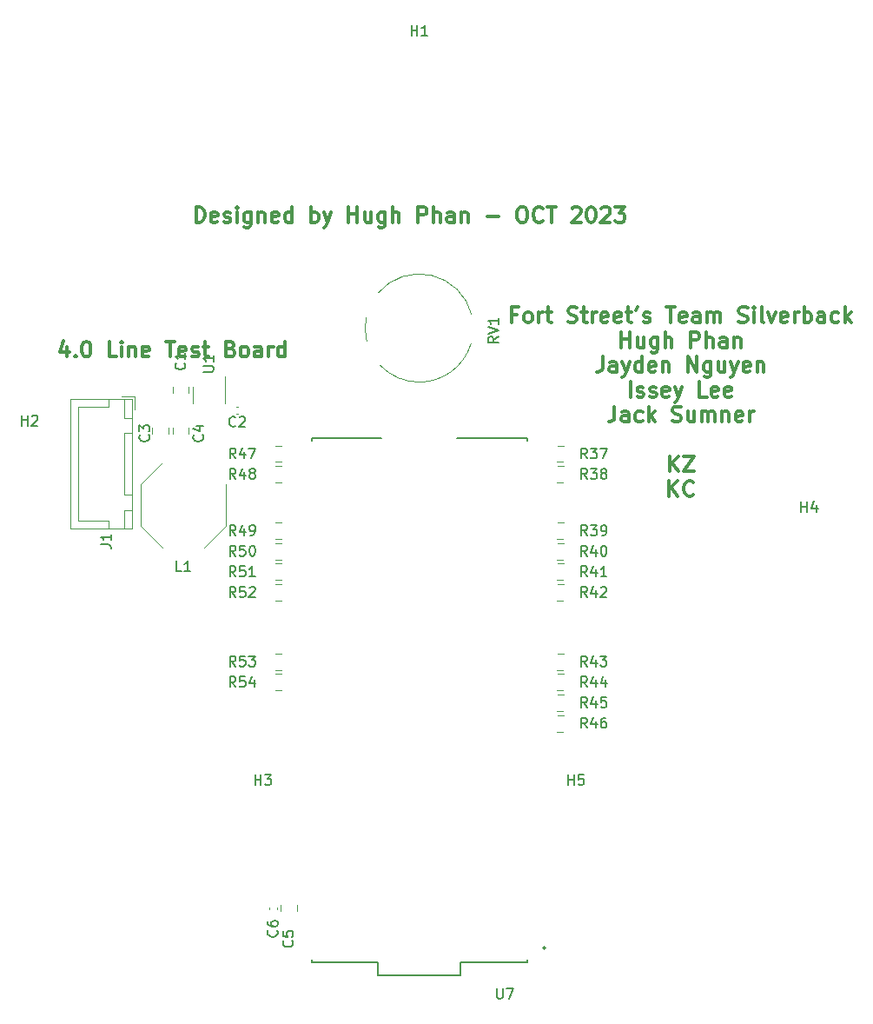
<source format=gbr>
%TF.GenerationSoftware,KiCad,Pcbnew,7.0.8*%
%TF.CreationDate,2023-10-26T13:22:37+11:00*%
%TF.ProjectId,linetest4.0,6c696e65-7465-4737-9434-2e302e6b6963,rev?*%
%TF.SameCoordinates,Original*%
%TF.FileFunction,Legend,Top*%
%TF.FilePolarity,Positive*%
%FSLAX46Y46*%
G04 Gerber Fmt 4.6, Leading zero omitted, Abs format (unit mm)*
G04 Created by KiCad (PCBNEW 7.0.8) date 2023-10-26 13:22:37*
%MOMM*%
%LPD*%
G01*
G04 APERTURE LIST*
%ADD10C,0.300000*%
%ADD11C,0.150000*%
%ADD12C,0.127000*%
%ADD13C,0.200000*%
%ADD14C,0.120000*%
G04 APERTURE END LIST*
D10*
X128246612Y-126451850D02*
X128246612Y-124951850D01*
X128246612Y-124951850D02*
X128603755Y-124951850D01*
X128603755Y-124951850D02*
X128818041Y-125023279D01*
X128818041Y-125023279D02*
X128960898Y-125166136D01*
X128960898Y-125166136D02*
X129032327Y-125308993D01*
X129032327Y-125308993D02*
X129103755Y-125594707D01*
X129103755Y-125594707D02*
X129103755Y-125808993D01*
X129103755Y-125808993D02*
X129032327Y-126094707D01*
X129032327Y-126094707D02*
X128960898Y-126237564D01*
X128960898Y-126237564D02*
X128818041Y-126380422D01*
X128818041Y-126380422D02*
X128603755Y-126451850D01*
X128603755Y-126451850D02*
X128246612Y-126451850D01*
X130318041Y-126380422D02*
X130175184Y-126451850D01*
X130175184Y-126451850D02*
X129889470Y-126451850D01*
X129889470Y-126451850D02*
X129746612Y-126380422D01*
X129746612Y-126380422D02*
X129675184Y-126237564D01*
X129675184Y-126237564D02*
X129675184Y-125666136D01*
X129675184Y-125666136D02*
X129746612Y-125523279D01*
X129746612Y-125523279D02*
X129889470Y-125451850D01*
X129889470Y-125451850D02*
X130175184Y-125451850D01*
X130175184Y-125451850D02*
X130318041Y-125523279D01*
X130318041Y-125523279D02*
X130389470Y-125666136D01*
X130389470Y-125666136D02*
X130389470Y-125808993D01*
X130389470Y-125808993D02*
X129675184Y-125951850D01*
X130960898Y-126380422D02*
X131103755Y-126451850D01*
X131103755Y-126451850D02*
X131389469Y-126451850D01*
X131389469Y-126451850D02*
X131532326Y-126380422D01*
X131532326Y-126380422D02*
X131603755Y-126237564D01*
X131603755Y-126237564D02*
X131603755Y-126166136D01*
X131603755Y-126166136D02*
X131532326Y-126023279D01*
X131532326Y-126023279D02*
X131389469Y-125951850D01*
X131389469Y-125951850D02*
X131175184Y-125951850D01*
X131175184Y-125951850D02*
X131032326Y-125880422D01*
X131032326Y-125880422D02*
X130960898Y-125737564D01*
X130960898Y-125737564D02*
X130960898Y-125666136D01*
X130960898Y-125666136D02*
X131032326Y-125523279D01*
X131032326Y-125523279D02*
X131175184Y-125451850D01*
X131175184Y-125451850D02*
X131389469Y-125451850D01*
X131389469Y-125451850D02*
X131532326Y-125523279D01*
X132246612Y-126451850D02*
X132246612Y-125451850D01*
X132246612Y-124951850D02*
X132175184Y-125023279D01*
X132175184Y-125023279D02*
X132246612Y-125094707D01*
X132246612Y-125094707D02*
X132318041Y-125023279D01*
X132318041Y-125023279D02*
X132246612Y-124951850D01*
X132246612Y-124951850D02*
X132246612Y-125094707D01*
X133603756Y-125451850D02*
X133603756Y-126666136D01*
X133603756Y-126666136D02*
X133532327Y-126808993D01*
X133532327Y-126808993D02*
X133460898Y-126880422D01*
X133460898Y-126880422D02*
X133318041Y-126951850D01*
X133318041Y-126951850D02*
X133103756Y-126951850D01*
X133103756Y-126951850D02*
X132960898Y-126880422D01*
X133603756Y-126380422D02*
X133460898Y-126451850D01*
X133460898Y-126451850D02*
X133175184Y-126451850D01*
X133175184Y-126451850D02*
X133032327Y-126380422D01*
X133032327Y-126380422D02*
X132960898Y-126308993D01*
X132960898Y-126308993D02*
X132889470Y-126166136D01*
X132889470Y-126166136D02*
X132889470Y-125737564D01*
X132889470Y-125737564D02*
X132960898Y-125594707D01*
X132960898Y-125594707D02*
X133032327Y-125523279D01*
X133032327Y-125523279D02*
X133175184Y-125451850D01*
X133175184Y-125451850D02*
X133460898Y-125451850D01*
X133460898Y-125451850D02*
X133603756Y-125523279D01*
X134318041Y-125451850D02*
X134318041Y-126451850D01*
X134318041Y-125594707D02*
X134389470Y-125523279D01*
X134389470Y-125523279D02*
X134532327Y-125451850D01*
X134532327Y-125451850D02*
X134746613Y-125451850D01*
X134746613Y-125451850D02*
X134889470Y-125523279D01*
X134889470Y-125523279D02*
X134960899Y-125666136D01*
X134960899Y-125666136D02*
X134960899Y-126451850D01*
X136246613Y-126380422D02*
X136103756Y-126451850D01*
X136103756Y-126451850D02*
X135818042Y-126451850D01*
X135818042Y-126451850D02*
X135675184Y-126380422D01*
X135675184Y-126380422D02*
X135603756Y-126237564D01*
X135603756Y-126237564D02*
X135603756Y-125666136D01*
X135603756Y-125666136D02*
X135675184Y-125523279D01*
X135675184Y-125523279D02*
X135818042Y-125451850D01*
X135818042Y-125451850D02*
X136103756Y-125451850D01*
X136103756Y-125451850D02*
X136246613Y-125523279D01*
X136246613Y-125523279D02*
X136318042Y-125666136D01*
X136318042Y-125666136D02*
X136318042Y-125808993D01*
X136318042Y-125808993D02*
X135603756Y-125951850D01*
X137603756Y-126451850D02*
X137603756Y-124951850D01*
X137603756Y-126380422D02*
X137460898Y-126451850D01*
X137460898Y-126451850D02*
X137175184Y-126451850D01*
X137175184Y-126451850D02*
X137032327Y-126380422D01*
X137032327Y-126380422D02*
X136960898Y-126308993D01*
X136960898Y-126308993D02*
X136889470Y-126166136D01*
X136889470Y-126166136D02*
X136889470Y-125737564D01*
X136889470Y-125737564D02*
X136960898Y-125594707D01*
X136960898Y-125594707D02*
X137032327Y-125523279D01*
X137032327Y-125523279D02*
X137175184Y-125451850D01*
X137175184Y-125451850D02*
X137460898Y-125451850D01*
X137460898Y-125451850D02*
X137603756Y-125523279D01*
X139460898Y-126451850D02*
X139460898Y-124951850D01*
X139460898Y-125523279D02*
X139603756Y-125451850D01*
X139603756Y-125451850D02*
X139889470Y-125451850D01*
X139889470Y-125451850D02*
X140032327Y-125523279D01*
X140032327Y-125523279D02*
X140103756Y-125594707D01*
X140103756Y-125594707D02*
X140175184Y-125737564D01*
X140175184Y-125737564D02*
X140175184Y-126166136D01*
X140175184Y-126166136D02*
X140103756Y-126308993D01*
X140103756Y-126308993D02*
X140032327Y-126380422D01*
X140032327Y-126380422D02*
X139889470Y-126451850D01*
X139889470Y-126451850D02*
X139603756Y-126451850D01*
X139603756Y-126451850D02*
X139460898Y-126380422D01*
X140675184Y-125451850D02*
X141032327Y-126451850D01*
X141389470Y-125451850D02*
X141032327Y-126451850D01*
X141032327Y-126451850D02*
X140889470Y-126808993D01*
X140889470Y-126808993D02*
X140818041Y-126880422D01*
X140818041Y-126880422D02*
X140675184Y-126951850D01*
X143103755Y-126451850D02*
X143103755Y-124951850D01*
X143103755Y-125666136D02*
X143960898Y-125666136D01*
X143960898Y-126451850D02*
X143960898Y-124951850D01*
X145318042Y-125451850D02*
X145318042Y-126451850D01*
X144675184Y-125451850D02*
X144675184Y-126237564D01*
X144675184Y-126237564D02*
X144746613Y-126380422D01*
X144746613Y-126380422D02*
X144889470Y-126451850D01*
X144889470Y-126451850D02*
X145103756Y-126451850D01*
X145103756Y-126451850D02*
X145246613Y-126380422D01*
X145246613Y-126380422D02*
X145318042Y-126308993D01*
X146675185Y-125451850D02*
X146675185Y-126666136D01*
X146675185Y-126666136D02*
X146603756Y-126808993D01*
X146603756Y-126808993D02*
X146532327Y-126880422D01*
X146532327Y-126880422D02*
X146389470Y-126951850D01*
X146389470Y-126951850D02*
X146175185Y-126951850D01*
X146175185Y-126951850D02*
X146032327Y-126880422D01*
X146675185Y-126380422D02*
X146532327Y-126451850D01*
X146532327Y-126451850D02*
X146246613Y-126451850D01*
X146246613Y-126451850D02*
X146103756Y-126380422D01*
X146103756Y-126380422D02*
X146032327Y-126308993D01*
X146032327Y-126308993D02*
X145960899Y-126166136D01*
X145960899Y-126166136D02*
X145960899Y-125737564D01*
X145960899Y-125737564D02*
X146032327Y-125594707D01*
X146032327Y-125594707D02*
X146103756Y-125523279D01*
X146103756Y-125523279D02*
X146246613Y-125451850D01*
X146246613Y-125451850D02*
X146532327Y-125451850D01*
X146532327Y-125451850D02*
X146675185Y-125523279D01*
X147389470Y-126451850D02*
X147389470Y-124951850D01*
X148032328Y-126451850D02*
X148032328Y-125666136D01*
X148032328Y-125666136D02*
X147960899Y-125523279D01*
X147960899Y-125523279D02*
X147818042Y-125451850D01*
X147818042Y-125451850D02*
X147603756Y-125451850D01*
X147603756Y-125451850D02*
X147460899Y-125523279D01*
X147460899Y-125523279D02*
X147389470Y-125594707D01*
X149889470Y-126451850D02*
X149889470Y-124951850D01*
X149889470Y-124951850D02*
X150460899Y-124951850D01*
X150460899Y-124951850D02*
X150603756Y-125023279D01*
X150603756Y-125023279D02*
X150675185Y-125094707D01*
X150675185Y-125094707D02*
X150746613Y-125237564D01*
X150746613Y-125237564D02*
X150746613Y-125451850D01*
X150746613Y-125451850D02*
X150675185Y-125594707D01*
X150675185Y-125594707D02*
X150603756Y-125666136D01*
X150603756Y-125666136D02*
X150460899Y-125737564D01*
X150460899Y-125737564D02*
X149889470Y-125737564D01*
X151389470Y-126451850D02*
X151389470Y-124951850D01*
X152032328Y-126451850D02*
X152032328Y-125666136D01*
X152032328Y-125666136D02*
X151960899Y-125523279D01*
X151960899Y-125523279D02*
X151818042Y-125451850D01*
X151818042Y-125451850D02*
X151603756Y-125451850D01*
X151603756Y-125451850D02*
X151460899Y-125523279D01*
X151460899Y-125523279D02*
X151389470Y-125594707D01*
X153389471Y-126451850D02*
X153389471Y-125666136D01*
X153389471Y-125666136D02*
X153318042Y-125523279D01*
X153318042Y-125523279D02*
X153175185Y-125451850D01*
X153175185Y-125451850D02*
X152889471Y-125451850D01*
X152889471Y-125451850D02*
X152746613Y-125523279D01*
X153389471Y-126380422D02*
X153246613Y-126451850D01*
X153246613Y-126451850D02*
X152889471Y-126451850D01*
X152889471Y-126451850D02*
X152746613Y-126380422D01*
X152746613Y-126380422D02*
X152675185Y-126237564D01*
X152675185Y-126237564D02*
X152675185Y-126094707D01*
X152675185Y-126094707D02*
X152746613Y-125951850D01*
X152746613Y-125951850D02*
X152889471Y-125880422D01*
X152889471Y-125880422D02*
X153246613Y-125880422D01*
X153246613Y-125880422D02*
X153389471Y-125808993D01*
X154103756Y-125451850D02*
X154103756Y-126451850D01*
X154103756Y-125594707D02*
X154175185Y-125523279D01*
X154175185Y-125523279D02*
X154318042Y-125451850D01*
X154318042Y-125451850D02*
X154532328Y-125451850D01*
X154532328Y-125451850D02*
X154675185Y-125523279D01*
X154675185Y-125523279D02*
X154746614Y-125666136D01*
X154746614Y-125666136D02*
X154746614Y-126451850D01*
X156603756Y-125880422D02*
X157746614Y-125880422D01*
X159889471Y-124951850D02*
X160175185Y-124951850D01*
X160175185Y-124951850D02*
X160318042Y-125023279D01*
X160318042Y-125023279D02*
X160460899Y-125166136D01*
X160460899Y-125166136D02*
X160532328Y-125451850D01*
X160532328Y-125451850D02*
X160532328Y-125951850D01*
X160532328Y-125951850D02*
X160460899Y-126237564D01*
X160460899Y-126237564D02*
X160318042Y-126380422D01*
X160318042Y-126380422D02*
X160175185Y-126451850D01*
X160175185Y-126451850D02*
X159889471Y-126451850D01*
X159889471Y-126451850D02*
X159746614Y-126380422D01*
X159746614Y-126380422D02*
X159603756Y-126237564D01*
X159603756Y-126237564D02*
X159532328Y-125951850D01*
X159532328Y-125951850D02*
X159532328Y-125451850D01*
X159532328Y-125451850D02*
X159603756Y-125166136D01*
X159603756Y-125166136D02*
X159746614Y-125023279D01*
X159746614Y-125023279D02*
X159889471Y-124951850D01*
X162032328Y-126308993D02*
X161960900Y-126380422D01*
X161960900Y-126380422D02*
X161746614Y-126451850D01*
X161746614Y-126451850D02*
X161603757Y-126451850D01*
X161603757Y-126451850D02*
X161389471Y-126380422D01*
X161389471Y-126380422D02*
X161246614Y-126237564D01*
X161246614Y-126237564D02*
X161175185Y-126094707D01*
X161175185Y-126094707D02*
X161103757Y-125808993D01*
X161103757Y-125808993D02*
X161103757Y-125594707D01*
X161103757Y-125594707D02*
X161175185Y-125308993D01*
X161175185Y-125308993D02*
X161246614Y-125166136D01*
X161246614Y-125166136D02*
X161389471Y-125023279D01*
X161389471Y-125023279D02*
X161603757Y-124951850D01*
X161603757Y-124951850D02*
X161746614Y-124951850D01*
X161746614Y-124951850D02*
X161960900Y-125023279D01*
X161960900Y-125023279D02*
X162032328Y-125094707D01*
X162460900Y-124951850D02*
X163318043Y-124951850D01*
X162889471Y-126451850D02*
X162889471Y-124951850D01*
X164889471Y-125094707D02*
X164960899Y-125023279D01*
X164960899Y-125023279D02*
X165103757Y-124951850D01*
X165103757Y-124951850D02*
X165460899Y-124951850D01*
X165460899Y-124951850D02*
X165603757Y-125023279D01*
X165603757Y-125023279D02*
X165675185Y-125094707D01*
X165675185Y-125094707D02*
X165746614Y-125237564D01*
X165746614Y-125237564D02*
X165746614Y-125380422D01*
X165746614Y-125380422D02*
X165675185Y-125594707D01*
X165675185Y-125594707D02*
X164818042Y-126451850D01*
X164818042Y-126451850D02*
X165746614Y-126451850D01*
X166675185Y-124951850D02*
X166818042Y-124951850D01*
X166818042Y-124951850D02*
X166960899Y-125023279D01*
X166960899Y-125023279D02*
X167032328Y-125094707D01*
X167032328Y-125094707D02*
X167103756Y-125237564D01*
X167103756Y-125237564D02*
X167175185Y-125523279D01*
X167175185Y-125523279D02*
X167175185Y-125880422D01*
X167175185Y-125880422D02*
X167103756Y-126166136D01*
X167103756Y-126166136D02*
X167032328Y-126308993D01*
X167032328Y-126308993D02*
X166960899Y-126380422D01*
X166960899Y-126380422D02*
X166818042Y-126451850D01*
X166818042Y-126451850D02*
X166675185Y-126451850D01*
X166675185Y-126451850D02*
X166532328Y-126380422D01*
X166532328Y-126380422D02*
X166460899Y-126308993D01*
X166460899Y-126308993D02*
X166389470Y-126166136D01*
X166389470Y-126166136D02*
X166318042Y-125880422D01*
X166318042Y-125880422D02*
X166318042Y-125523279D01*
X166318042Y-125523279D02*
X166389470Y-125237564D01*
X166389470Y-125237564D02*
X166460899Y-125094707D01*
X166460899Y-125094707D02*
X166532328Y-125023279D01*
X166532328Y-125023279D02*
X166675185Y-124951850D01*
X167746613Y-125094707D02*
X167818041Y-125023279D01*
X167818041Y-125023279D02*
X167960899Y-124951850D01*
X167960899Y-124951850D02*
X168318041Y-124951850D01*
X168318041Y-124951850D02*
X168460899Y-125023279D01*
X168460899Y-125023279D02*
X168532327Y-125094707D01*
X168532327Y-125094707D02*
X168603756Y-125237564D01*
X168603756Y-125237564D02*
X168603756Y-125380422D01*
X168603756Y-125380422D02*
X168532327Y-125594707D01*
X168532327Y-125594707D02*
X167675184Y-126451850D01*
X167675184Y-126451850D02*
X168603756Y-126451850D01*
X169103755Y-124951850D02*
X170032327Y-124951850D01*
X170032327Y-124951850D02*
X169532327Y-125523279D01*
X169532327Y-125523279D02*
X169746612Y-125523279D01*
X169746612Y-125523279D02*
X169889470Y-125594707D01*
X169889470Y-125594707D02*
X169960898Y-125666136D01*
X169960898Y-125666136D02*
X170032327Y-125808993D01*
X170032327Y-125808993D02*
X170032327Y-126166136D01*
X170032327Y-126166136D02*
X169960898Y-126308993D01*
X169960898Y-126308993D02*
X169889470Y-126380422D01*
X169889470Y-126380422D02*
X169746612Y-126451850D01*
X169746612Y-126451850D02*
X169318041Y-126451850D01*
X169318041Y-126451850D02*
X169175184Y-126380422D01*
X169175184Y-126380422D02*
X169103755Y-126308993D01*
X159500001Y-135440114D02*
X159000001Y-135440114D01*
X159000001Y-136225828D02*
X159000001Y-134725828D01*
X159000001Y-134725828D02*
X159714287Y-134725828D01*
X160500001Y-136225828D02*
X160357144Y-136154400D01*
X160357144Y-136154400D02*
X160285715Y-136082971D01*
X160285715Y-136082971D02*
X160214287Y-135940114D01*
X160214287Y-135940114D02*
X160214287Y-135511542D01*
X160214287Y-135511542D02*
X160285715Y-135368685D01*
X160285715Y-135368685D02*
X160357144Y-135297257D01*
X160357144Y-135297257D02*
X160500001Y-135225828D01*
X160500001Y-135225828D02*
X160714287Y-135225828D01*
X160714287Y-135225828D02*
X160857144Y-135297257D01*
X160857144Y-135297257D02*
X160928573Y-135368685D01*
X160928573Y-135368685D02*
X161000001Y-135511542D01*
X161000001Y-135511542D02*
X161000001Y-135940114D01*
X161000001Y-135940114D02*
X160928573Y-136082971D01*
X160928573Y-136082971D02*
X160857144Y-136154400D01*
X160857144Y-136154400D02*
X160714287Y-136225828D01*
X160714287Y-136225828D02*
X160500001Y-136225828D01*
X161642858Y-136225828D02*
X161642858Y-135225828D01*
X161642858Y-135511542D02*
X161714287Y-135368685D01*
X161714287Y-135368685D02*
X161785716Y-135297257D01*
X161785716Y-135297257D02*
X161928573Y-135225828D01*
X161928573Y-135225828D02*
X162071430Y-135225828D01*
X162357144Y-135225828D02*
X162928572Y-135225828D01*
X162571429Y-134725828D02*
X162571429Y-136011542D01*
X162571429Y-136011542D02*
X162642858Y-136154400D01*
X162642858Y-136154400D02*
X162785715Y-136225828D01*
X162785715Y-136225828D02*
X162928572Y-136225828D01*
X164500001Y-136154400D02*
X164714287Y-136225828D01*
X164714287Y-136225828D02*
X165071429Y-136225828D01*
X165071429Y-136225828D02*
X165214287Y-136154400D01*
X165214287Y-136154400D02*
X165285715Y-136082971D01*
X165285715Y-136082971D02*
X165357144Y-135940114D01*
X165357144Y-135940114D02*
X165357144Y-135797257D01*
X165357144Y-135797257D02*
X165285715Y-135654400D01*
X165285715Y-135654400D02*
X165214287Y-135582971D01*
X165214287Y-135582971D02*
X165071429Y-135511542D01*
X165071429Y-135511542D02*
X164785715Y-135440114D01*
X164785715Y-135440114D02*
X164642858Y-135368685D01*
X164642858Y-135368685D02*
X164571429Y-135297257D01*
X164571429Y-135297257D02*
X164500001Y-135154400D01*
X164500001Y-135154400D02*
X164500001Y-135011542D01*
X164500001Y-135011542D02*
X164571429Y-134868685D01*
X164571429Y-134868685D02*
X164642858Y-134797257D01*
X164642858Y-134797257D02*
X164785715Y-134725828D01*
X164785715Y-134725828D02*
X165142858Y-134725828D01*
X165142858Y-134725828D02*
X165357144Y-134797257D01*
X165785715Y-135225828D02*
X166357143Y-135225828D01*
X166000000Y-134725828D02*
X166000000Y-136011542D01*
X166000000Y-136011542D02*
X166071429Y-136154400D01*
X166071429Y-136154400D02*
X166214286Y-136225828D01*
X166214286Y-136225828D02*
X166357143Y-136225828D01*
X166857143Y-136225828D02*
X166857143Y-135225828D01*
X166857143Y-135511542D02*
X166928572Y-135368685D01*
X166928572Y-135368685D02*
X167000001Y-135297257D01*
X167000001Y-135297257D02*
X167142858Y-135225828D01*
X167142858Y-135225828D02*
X167285715Y-135225828D01*
X168357143Y-136154400D02*
X168214286Y-136225828D01*
X168214286Y-136225828D02*
X167928572Y-136225828D01*
X167928572Y-136225828D02*
X167785714Y-136154400D01*
X167785714Y-136154400D02*
X167714286Y-136011542D01*
X167714286Y-136011542D02*
X167714286Y-135440114D01*
X167714286Y-135440114D02*
X167785714Y-135297257D01*
X167785714Y-135297257D02*
X167928572Y-135225828D01*
X167928572Y-135225828D02*
X168214286Y-135225828D01*
X168214286Y-135225828D02*
X168357143Y-135297257D01*
X168357143Y-135297257D02*
X168428572Y-135440114D01*
X168428572Y-135440114D02*
X168428572Y-135582971D01*
X168428572Y-135582971D02*
X167714286Y-135725828D01*
X169642857Y-136154400D02*
X169500000Y-136225828D01*
X169500000Y-136225828D02*
X169214286Y-136225828D01*
X169214286Y-136225828D02*
X169071428Y-136154400D01*
X169071428Y-136154400D02*
X169000000Y-136011542D01*
X169000000Y-136011542D02*
X169000000Y-135440114D01*
X169000000Y-135440114D02*
X169071428Y-135297257D01*
X169071428Y-135297257D02*
X169214286Y-135225828D01*
X169214286Y-135225828D02*
X169500000Y-135225828D01*
X169500000Y-135225828D02*
X169642857Y-135297257D01*
X169642857Y-135297257D02*
X169714286Y-135440114D01*
X169714286Y-135440114D02*
X169714286Y-135582971D01*
X169714286Y-135582971D02*
X169000000Y-135725828D01*
X170142857Y-135225828D02*
X170714285Y-135225828D01*
X170357142Y-134725828D02*
X170357142Y-136011542D01*
X170357142Y-136011542D02*
X170428571Y-136154400D01*
X170428571Y-136154400D02*
X170571428Y-136225828D01*
X170571428Y-136225828D02*
X170714285Y-136225828D01*
X171285714Y-134725828D02*
X171142857Y-135011542D01*
X171857143Y-136154400D02*
X172000000Y-136225828D01*
X172000000Y-136225828D02*
X172285714Y-136225828D01*
X172285714Y-136225828D02*
X172428571Y-136154400D01*
X172428571Y-136154400D02*
X172500000Y-136011542D01*
X172500000Y-136011542D02*
X172500000Y-135940114D01*
X172500000Y-135940114D02*
X172428571Y-135797257D01*
X172428571Y-135797257D02*
X172285714Y-135725828D01*
X172285714Y-135725828D02*
X172071429Y-135725828D01*
X172071429Y-135725828D02*
X171928571Y-135654400D01*
X171928571Y-135654400D02*
X171857143Y-135511542D01*
X171857143Y-135511542D02*
X171857143Y-135440114D01*
X171857143Y-135440114D02*
X171928571Y-135297257D01*
X171928571Y-135297257D02*
X172071429Y-135225828D01*
X172071429Y-135225828D02*
X172285714Y-135225828D01*
X172285714Y-135225828D02*
X172428571Y-135297257D01*
X174071429Y-134725828D02*
X174928572Y-134725828D01*
X174500000Y-136225828D02*
X174500000Y-134725828D01*
X176000000Y-136154400D02*
X175857143Y-136225828D01*
X175857143Y-136225828D02*
X175571429Y-136225828D01*
X175571429Y-136225828D02*
X175428571Y-136154400D01*
X175428571Y-136154400D02*
X175357143Y-136011542D01*
X175357143Y-136011542D02*
X175357143Y-135440114D01*
X175357143Y-135440114D02*
X175428571Y-135297257D01*
X175428571Y-135297257D02*
X175571429Y-135225828D01*
X175571429Y-135225828D02*
X175857143Y-135225828D01*
X175857143Y-135225828D02*
X176000000Y-135297257D01*
X176000000Y-135297257D02*
X176071429Y-135440114D01*
X176071429Y-135440114D02*
X176071429Y-135582971D01*
X176071429Y-135582971D02*
X175357143Y-135725828D01*
X177357143Y-136225828D02*
X177357143Y-135440114D01*
X177357143Y-135440114D02*
X177285714Y-135297257D01*
X177285714Y-135297257D02*
X177142857Y-135225828D01*
X177142857Y-135225828D02*
X176857143Y-135225828D01*
X176857143Y-135225828D02*
X176714285Y-135297257D01*
X177357143Y-136154400D02*
X177214285Y-136225828D01*
X177214285Y-136225828D02*
X176857143Y-136225828D01*
X176857143Y-136225828D02*
X176714285Y-136154400D01*
X176714285Y-136154400D02*
X176642857Y-136011542D01*
X176642857Y-136011542D02*
X176642857Y-135868685D01*
X176642857Y-135868685D02*
X176714285Y-135725828D01*
X176714285Y-135725828D02*
X176857143Y-135654400D01*
X176857143Y-135654400D02*
X177214285Y-135654400D01*
X177214285Y-135654400D02*
X177357143Y-135582971D01*
X178071428Y-136225828D02*
X178071428Y-135225828D01*
X178071428Y-135368685D02*
X178142857Y-135297257D01*
X178142857Y-135297257D02*
X178285714Y-135225828D01*
X178285714Y-135225828D02*
X178500000Y-135225828D01*
X178500000Y-135225828D02*
X178642857Y-135297257D01*
X178642857Y-135297257D02*
X178714286Y-135440114D01*
X178714286Y-135440114D02*
X178714286Y-136225828D01*
X178714286Y-135440114D02*
X178785714Y-135297257D01*
X178785714Y-135297257D02*
X178928571Y-135225828D01*
X178928571Y-135225828D02*
X179142857Y-135225828D01*
X179142857Y-135225828D02*
X179285714Y-135297257D01*
X179285714Y-135297257D02*
X179357143Y-135440114D01*
X179357143Y-135440114D02*
X179357143Y-136225828D01*
X181142857Y-136154400D02*
X181357143Y-136225828D01*
X181357143Y-136225828D02*
X181714285Y-136225828D01*
X181714285Y-136225828D02*
X181857143Y-136154400D01*
X181857143Y-136154400D02*
X181928571Y-136082971D01*
X181928571Y-136082971D02*
X182000000Y-135940114D01*
X182000000Y-135940114D02*
X182000000Y-135797257D01*
X182000000Y-135797257D02*
X181928571Y-135654400D01*
X181928571Y-135654400D02*
X181857143Y-135582971D01*
X181857143Y-135582971D02*
X181714285Y-135511542D01*
X181714285Y-135511542D02*
X181428571Y-135440114D01*
X181428571Y-135440114D02*
X181285714Y-135368685D01*
X181285714Y-135368685D02*
X181214285Y-135297257D01*
X181214285Y-135297257D02*
X181142857Y-135154400D01*
X181142857Y-135154400D02*
X181142857Y-135011542D01*
X181142857Y-135011542D02*
X181214285Y-134868685D01*
X181214285Y-134868685D02*
X181285714Y-134797257D01*
X181285714Y-134797257D02*
X181428571Y-134725828D01*
X181428571Y-134725828D02*
X181785714Y-134725828D01*
X181785714Y-134725828D02*
X182000000Y-134797257D01*
X182642856Y-136225828D02*
X182642856Y-135225828D01*
X182642856Y-134725828D02*
X182571428Y-134797257D01*
X182571428Y-134797257D02*
X182642856Y-134868685D01*
X182642856Y-134868685D02*
X182714285Y-134797257D01*
X182714285Y-134797257D02*
X182642856Y-134725828D01*
X182642856Y-134725828D02*
X182642856Y-134868685D01*
X183571428Y-136225828D02*
X183428571Y-136154400D01*
X183428571Y-136154400D02*
X183357142Y-136011542D01*
X183357142Y-136011542D02*
X183357142Y-134725828D01*
X183999999Y-135225828D02*
X184357142Y-136225828D01*
X184357142Y-136225828D02*
X184714285Y-135225828D01*
X185857142Y-136154400D02*
X185714285Y-136225828D01*
X185714285Y-136225828D02*
X185428571Y-136225828D01*
X185428571Y-136225828D02*
X185285713Y-136154400D01*
X185285713Y-136154400D02*
X185214285Y-136011542D01*
X185214285Y-136011542D02*
X185214285Y-135440114D01*
X185214285Y-135440114D02*
X185285713Y-135297257D01*
X185285713Y-135297257D02*
X185428571Y-135225828D01*
X185428571Y-135225828D02*
X185714285Y-135225828D01*
X185714285Y-135225828D02*
X185857142Y-135297257D01*
X185857142Y-135297257D02*
X185928571Y-135440114D01*
X185928571Y-135440114D02*
X185928571Y-135582971D01*
X185928571Y-135582971D02*
X185214285Y-135725828D01*
X186571427Y-136225828D02*
X186571427Y-135225828D01*
X186571427Y-135511542D02*
X186642856Y-135368685D01*
X186642856Y-135368685D02*
X186714285Y-135297257D01*
X186714285Y-135297257D02*
X186857142Y-135225828D01*
X186857142Y-135225828D02*
X186999999Y-135225828D01*
X187499998Y-136225828D02*
X187499998Y-134725828D01*
X187499998Y-135297257D02*
X187642856Y-135225828D01*
X187642856Y-135225828D02*
X187928570Y-135225828D01*
X187928570Y-135225828D02*
X188071427Y-135297257D01*
X188071427Y-135297257D02*
X188142856Y-135368685D01*
X188142856Y-135368685D02*
X188214284Y-135511542D01*
X188214284Y-135511542D02*
X188214284Y-135940114D01*
X188214284Y-135940114D02*
X188142856Y-136082971D01*
X188142856Y-136082971D02*
X188071427Y-136154400D01*
X188071427Y-136154400D02*
X187928570Y-136225828D01*
X187928570Y-136225828D02*
X187642856Y-136225828D01*
X187642856Y-136225828D02*
X187499998Y-136154400D01*
X189499999Y-136225828D02*
X189499999Y-135440114D01*
X189499999Y-135440114D02*
X189428570Y-135297257D01*
X189428570Y-135297257D02*
X189285713Y-135225828D01*
X189285713Y-135225828D02*
X188999999Y-135225828D01*
X188999999Y-135225828D02*
X188857141Y-135297257D01*
X189499999Y-136154400D02*
X189357141Y-136225828D01*
X189357141Y-136225828D02*
X188999999Y-136225828D01*
X188999999Y-136225828D02*
X188857141Y-136154400D01*
X188857141Y-136154400D02*
X188785713Y-136011542D01*
X188785713Y-136011542D02*
X188785713Y-135868685D01*
X188785713Y-135868685D02*
X188857141Y-135725828D01*
X188857141Y-135725828D02*
X188999999Y-135654400D01*
X188999999Y-135654400D02*
X189357141Y-135654400D01*
X189357141Y-135654400D02*
X189499999Y-135582971D01*
X190857142Y-136154400D02*
X190714284Y-136225828D01*
X190714284Y-136225828D02*
X190428570Y-136225828D01*
X190428570Y-136225828D02*
X190285713Y-136154400D01*
X190285713Y-136154400D02*
X190214284Y-136082971D01*
X190214284Y-136082971D02*
X190142856Y-135940114D01*
X190142856Y-135940114D02*
X190142856Y-135511542D01*
X190142856Y-135511542D02*
X190214284Y-135368685D01*
X190214284Y-135368685D02*
X190285713Y-135297257D01*
X190285713Y-135297257D02*
X190428570Y-135225828D01*
X190428570Y-135225828D02*
X190714284Y-135225828D01*
X190714284Y-135225828D02*
X190857142Y-135297257D01*
X191499998Y-136225828D02*
X191499998Y-134725828D01*
X191642856Y-135654400D02*
X192071427Y-136225828D01*
X192071427Y-135225828D02*
X191499998Y-135797257D01*
X169678570Y-138640828D02*
X169678570Y-137140828D01*
X169678570Y-137855114D02*
X170535713Y-137855114D01*
X170535713Y-138640828D02*
X170535713Y-137140828D01*
X171892857Y-137640828D02*
X171892857Y-138640828D01*
X171249999Y-137640828D02*
X171249999Y-138426542D01*
X171249999Y-138426542D02*
X171321428Y-138569400D01*
X171321428Y-138569400D02*
X171464285Y-138640828D01*
X171464285Y-138640828D02*
X171678571Y-138640828D01*
X171678571Y-138640828D02*
X171821428Y-138569400D01*
X171821428Y-138569400D02*
X171892857Y-138497971D01*
X173250000Y-137640828D02*
X173250000Y-138855114D01*
X173250000Y-138855114D02*
X173178571Y-138997971D01*
X173178571Y-138997971D02*
X173107142Y-139069400D01*
X173107142Y-139069400D02*
X172964285Y-139140828D01*
X172964285Y-139140828D02*
X172750000Y-139140828D01*
X172750000Y-139140828D02*
X172607142Y-139069400D01*
X173250000Y-138569400D02*
X173107142Y-138640828D01*
X173107142Y-138640828D02*
X172821428Y-138640828D01*
X172821428Y-138640828D02*
X172678571Y-138569400D01*
X172678571Y-138569400D02*
X172607142Y-138497971D01*
X172607142Y-138497971D02*
X172535714Y-138355114D01*
X172535714Y-138355114D02*
X172535714Y-137926542D01*
X172535714Y-137926542D02*
X172607142Y-137783685D01*
X172607142Y-137783685D02*
X172678571Y-137712257D01*
X172678571Y-137712257D02*
X172821428Y-137640828D01*
X172821428Y-137640828D02*
X173107142Y-137640828D01*
X173107142Y-137640828D02*
X173250000Y-137712257D01*
X173964285Y-138640828D02*
X173964285Y-137140828D01*
X174607143Y-138640828D02*
X174607143Y-137855114D01*
X174607143Y-137855114D02*
X174535714Y-137712257D01*
X174535714Y-137712257D02*
X174392857Y-137640828D01*
X174392857Y-137640828D02*
X174178571Y-137640828D01*
X174178571Y-137640828D02*
X174035714Y-137712257D01*
X174035714Y-137712257D02*
X173964285Y-137783685D01*
X176464285Y-138640828D02*
X176464285Y-137140828D01*
X176464285Y-137140828D02*
X177035714Y-137140828D01*
X177035714Y-137140828D02*
X177178571Y-137212257D01*
X177178571Y-137212257D02*
X177250000Y-137283685D01*
X177250000Y-137283685D02*
X177321428Y-137426542D01*
X177321428Y-137426542D02*
X177321428Y-137640828D01*
X177321428Y-137640828D02*
X177250000Y-137783685D01*
X177250000Y-137783685D02*
X177178571Y-137855114D01*
X177178571Y-137855114D02*
X177035714Y-137926542D01*
X177035714Y-137926542D02*
X176464285Y-137926542D01*
X177964285Y-138640828D02*
X177964285Y-137140828D01*
X178607143Y-138640828D02*
X178607143Y-137855114D01*
X178607143Y-137855114D02*
X178535714Y-137712257D01*
X178535714Y-137712257D02*
X178392857Y-137640828D01*
X178392857Y-137640828D02*
X178178571Y-137640828D01*
X178178571Y-137640828D02*
X178035714Y-137712257D01*
X178035714Y-137712257D02*
X177964285Y-137783685D01*
X179964286Y-138640828D02*
X179964286Y-137855114D01*
X179964286Y-137855114D02*
X179892857Y-137712257D01*
X179892857Y-137712257D02*
X179750000Y-137640828D01*
X179750000Y-137640828D02*
X179464286Y-137640828D01*
X179464286Y-137640828D02*
X179321428Y-137712257D01*
X179964286Y-138569400D02*
X179821428Y-138640828D01*
X179821428Y-138640828D02*
X179464286Y-138640828D01*
X179464286Y-138640828D02*
X179321428Y-138569400D01*
X179321428Y-138569400D02*
X179250000Y-138426542D01*
X179250000Y-138426542D02*
X179250000Y-138283685D01*
X179250000Y-138283685D02*
X179321428Y-138140828D01*
X179321428Y-138140828D02*
X179464286Y-138069400D01*
X179464286Y-138069400D02*
X179821428Y-138069400D01*
X179821428Y-138069400D02*
X179964286Y-137997971D01*
X180678571Y-137640828D02*
X180678571Y-138640828D01*
X180678571Y-137783685D02*
X180750000Y-137712257D01*
X180750000Y-137712257D02*
X180892857Y-137640828D01*
X180892857Y-137640828D02*
X181107143Y-137640828D01*
X181107143Y-137640828D02*
X181250000Y-137712257D01*
X181250000Y-137712257D02*
X181321429Y-137855114D01*
X181321429Y-137855114D02*
X181321429Y-138640828D01*
X167857143Y-139555828D02*
X167857143Y-140627257D01*
X167857143Y-140627257D02*
X167785714Y-140841542D01*
X167785714Y-140841542D02*
X167642857Y-140984400D01*
X167642857Y-140984400D02*
X167428571Y-141055828D01*
X167428571Y-141055828D02*
X167285714Y-141055828D01*
X169214286Y-141055828D02*
X169214286Y-140270114D01*
X169214286Y-140270114D02*
X169142857Y-140127257D01*
X169142857Y-140127257D02*
X169000000Y-140055828D01*
X169000000Y-140055828D02*
X168714286Y-140055828D01*
X168714286Y-140055828D02*
X168571428Y-140127257D01*
X169214286Y-140984400D02*
X169071428Y-141055828D01*
X169071428Y-141055828D02*
X168714286Y-141055828D01*
X168714286Y-141055828D02*
X168571428Y-140984400D01*
X168571428Y-140984400D02*
X168500000Y-140841542D01*
X168500000Y-140841542D02*
X168500000Y-140698685D01*
X168500000Y-140698685D02*
X168571428Y-140555828D01*
X168571428Y-140555828D02*
X168714286Y-140484400D01*
X168714286Y-140484400D02*
X169071428Y-140484400D01*
X169071428Y-140484400D02*
X169214286Y-140412971D01*
X169785714Y-140055828D02*
X170142857Y-141055828D01*
X170500000Y-140055828D02*
X170142857Y-141055828D01*
X170142857Y-141055828D02*
X170000000Y-141412971D01*
X170000000Y-141412971D02*
X169928571Y-141484400D01*
X169928571Y-141484400D02*
X169785714Y-141555828D01*
X171714286Y-141055828D02*
X171714286Y-139555828D01*
X171714286Y-140984400D02*
X171571428Y-141055828D01*
X171571428Y-141055828D02*
X171285714Y-141055828D01*
X171285714Y-141055828D02*
X171142857Y-140984400D01*
X171142857Y-140984400D02*
X171071428Y-140912971D01*
X171071428Y-140912971D02*
X171000000Y-140770114D01*
X171000000Y-140770114D02*
X171000000Y-140341542D01*
X171000000Y-140341542D02*
X171071428Y-140198685D01*
X171071428Y-140198685D02*
X171142857Y-140127257D01*
X171142857Y-140127257D02*
X171285714Y-140055828D01*
X171285714Y-140055828D02*
X171571428Y-140055828D01*
X171571428Y-140055828D02*
X171714286Y-140127257D01*
X173000000Y-140984400D02*
X172857143Y-141055828D01*
X172857143Y-141055828D02*
X172571429Y-141055828D01*
X172571429Y-141055828D02*
X172428571Y-140984400D01*
X172428571Y-140984400D02*
X172357143Y-140841542D01*
X172357143Y-140841542D02*
X172357143Y-140270114D01*
X172357143Y-140270114D02*
X172428571Y-140127257D01*
X172428571Y-140127257D02*
X172571429Y-140055828D01*
X172571429Y-140055828D02*
X172857143Y-140055828D01*
X172857143Y-140055828D02*
X173000000Y-140127257D01*
X173000000Y-140127257D02*
X173071429Y-140270114D01*
X173071429Y-140270114D02*
X173071429Y-140412971D01*
X173071429Y-140412971D02*
X172357143Y-140555828D01*
X173714285Y-140055828D02*
X173714285Y-141055828D01*
X173714285Y-140198685D02*
X173785714Y-140127257D01*
X173785714Y-140127257D02*
X173928571Y-140055828D01*
X173928571Y-140055828D02*
X174142857Y-140055828D01*
X174142857Y-140055828D02*
X174285714Y-140127257D01*
X174285714Y-140127257D02*
X174357143Y-140270114D01*
X174357143Y-140270114D02*
X174357143Y-141055828D01*
X176214285Y-141055828D02*
X176214285Y-139555828D01*
X176214285Y-139555828D02*
X177071428Y-141055828D01*
X177071428Y-141055828D02*
X177071428Y-139555828D01*
X178428572Y-140055828D02*
X178428572Y-141270114D01*
X178428572Y-141270114D02*
X178357143Y-141412971D01*
X178357143Y-141412971D02*
X178285714Y-141484400D01*
X178285714Y-141484400D02*
X178142857Y-141555828D01*
X178142857Y-141555828D02*
X177928572Y-141555828D01*
X177928572Y-141555828D02*
X177785714Y-141484400D01*
X178428572Y-140984400D02*
X178285714Y-141055828D01*
X178285714Y-141055828D02*
X178000000Y-141055828D01*
X178000000Y-141055828D02*
X177857143Y-140984400D01*
X177857143Y-140984400D02*
X177785714Y-140912971D01*
X177785714Y-140912971D02*
X177714286Y-140770114D01*
X177714286Y-140770114D02*
X177714286Y-140341542D01*
X177714286Y-140341542D02*
X177785714Y-140198685D01*
X177785714Y-140198685D02*
X177857143Y-140127257D01*
X177857143Y-140127257D02*
X178000000Y-140055828D01*
X178000000Y-140055828D02*
X178285714Y-140055828D01*
X178285714Y-140055828D02*
X178428572Y-140127257D01*
X179785715Y-140055828D02*
X179785715Y-141055828D01*
X179142857Y-140055828D02*
X179142857Y-140841542D01*
X179142857Y-140841542D02*
X179214286Y-140984400D01*
X179214286Y-140984400D02*
X179357143Y-141055828D01*
X179357143Y-141055828D02*
X179571429Y-141055828D01*
X179571429Y-141055828D02*
X179714286Y-140984400D01*
X179714286Y-140984400D02*
X179785715Y-140912971D01*
X180357143Y-140055828D02*
X180714286Y-141055828D01*
X181071429Y-140055828D02*
X180714286Y-141055828D01*
X180714286Y-141055828D02*
X180571429Y-141412971D01*
X180571429Y-141412971D02*
X180500000Y-141484400D01*
X180500000Y-141484400D02*
X180357143Y-141555828D01*
X182214286Y-140984400D02*
X182071429Y-141055828D01*
X182071429Y-141055828D02*
X181785715Y-141055828D01*
X181785715Y-141055828D02*
X181642857Y-140984400D01*
X181642857Y-140984400D02*
X181571429Y-140841542D01*
X181571429Y-140841542D02*
X181571429Y-140270114D01*
X181571429Y-140270114D02*
X181642857Y-140127257D01*
X181642857Y-140127257D02*
X181785715Y-140055828D01*
X181785715Y-140055828D02*
X182071429Y-140055828D01*
X182071429Y-140055828D02*
X182214286Y-140127257D01*
X182214286Y-140127257D02*
X182285715Y-140270114D01*
X182285715Y-140270114D02*
X182285715Y-140412971D01*
X182285715Y-140412971D02*
X181571429Y-140555828D01*
X182928571Y-140055828D02*
X182928571Y-141055828D01*
X182928571Y-140198685D02*
X183000000Y-140127257D01*
X183000000Y-140127257D02*
X183142857Y-140055828D01*
X183142857Y-140055828D02*
X183357143Y-140055828D01*
X183357143Y-140055828D02*
X183500000Y-140127257D01*
X183500000Y-140127257D02*
X183571429Y-140270114D01*
X183571429Y-140270114D02*
X183571429Y-141055828D01*
X170607142Y-143470828D02*
X170607142Y-141970828D01*
X171250000Y-143399400D02*
X171392857Y-143470828D01*
X171392857Y-143470828D02*
X171678571Y-143470828D01*
X171678571Y-143470828D02*
X171821428Y-143399400D01*
X171821428Y-143399400D02*
X171892857Y-143256542D01*
X171892857Y-143256542D02*
X171892857Y-143185114D01*
X171892857Y-143185114D02*
X171821428Y-143042257D01*
X171821428Y-143042257D02*
X171678571Y-142970828D01*
X171678571Y-142970828D02*
X171464286Y-142970828D01*
X171464286Y-142970828D02*
X171321428Y-142899400D01*
X171321428Y-142899400D02*
X171250000Y-142756542D01*
X171250000Y-142756542D02*
X171250000Y-142685114D01*
X171250000Y-142685114D02*
X171321428Y-142542257D01*
X171321428Y-142542257D02*
X171464286Y-142470828D01*
X171464286Y-142470828D02*
X171678571Y-142470828D01*
X171678571Y-142470828D02*
X171821428Y-142542257D01*
X172464286Y-143399400D02*
X172607143Y-143470828D01*
X172607143Y-143470828D02*
X172892857Y-143470828D01*
X172892857Y-143470828D02*
X173035714Y-143399400D01*
X173035714Y-143399400D02*
X173107143Y-143256542D01*
X173107143Y-143256542D02*
X173107143Y-143185114D01*
X173107143Y-143185114D02*
X173035714Y-143042257D01*
X173035714Y-143042257D02*
X172892857Y-142970828D01*
X172892857Y-142970828D02*
X172678572Y-142970828D01*
X172678572Y-142970828D02*
X172535714Y-142899400D01*
X172535714Y-142899400D02*
X172464286Y-142756542D01*
X172464286Y-142756542D02*
X172464286Y-142685114D01*
X172464286Y-142685114D02*
X172535714Y-142542257D01*
X172535714Y-142542257D02*
X172678572Y-142470828D01*
X172678572Y-142470828D02*
X172892857Y-142470828D01*
X172892857Y-142470828D02*
X173035714Y-142542257D01*
X174321429Y-143399400D02*
X174178572Y-143470828D01*
X174178572Y-143470828D02*
X173892858Y-143470828D01*
X173892858Y-143470828D02*
X173750000Y-143399400D01*
X173750000Y-143399400D02*
X173678572Y-143256542D01*
X173678572Y-143256542D02*
X173678572Y-142685114D01*
X173678572Y-142685114D02*
X173750000Y-142542257D01*
X173750000Y-142542257D02*
X173892858Y-142470828D01*
X173892858Y-142470828D02*
X174178572Y-142470828D01*
X174178572Y-142470828D02*
X174321429Y-142542257D01*
X174321429Y-142542257D02*
X174392858Y-142685114D01*
X174392858Y-142685114D02*
X174392858Y-142827971D01*
X174392858Y-142827971D02*
X173678572Y-142970828D01*
X174892857Y-142470828D02*
X175250000Y-143470828D01*
X175607143Y-142470828D02*
X175250000Y-143470828D01*
X175250000Y-143470828D02*
X175107143Y-143827971D01*
X175107143Y-143827971D02*
X175035714Y-143899400D01*
X175035714Y-143899400D02*
X174892857Y-143970828D01*
X178035714Y-143470828D02*
X177321428Y-143470828D01*
X177321428Y-143470828D02*
X177321428Y-141970828D01*
X179107143Y-143399400D02*
X178964286Y-143470828D01*
X178964286Y-143470828D02*
X178678572Y-143470828D01*
X178678572Y-143470828D02*
X178535714Y-143399400D01*
X178535714Y-143399400D02*
X178464286Y-143256542D01*
X178464286Y-143256542D02*
X178464286Y-142685114D01*
X178464286Y-142685114D02*
X178535714Y-142542257D01*
X178535714Y-142542257D02*
X178678572Y-142470828D01*
X178678572Y-142470828D02*
X178964286Y-142470828D01*
X178964286Y-142470828D02*
X179107143Y-142542257D01*
X179107143Y-142542257D02*
X179178572Y-142685114D01*
X179178572Y-142685114D02*
X179178572Y-142827971D01*
X179178572Y-142827971D02*
X178464286Y-142970828D01*
X180392857Y-143399400D02*
X180250000Y-143470828D01*
X180250000Y-143470828D02*
X179964286Y-143470828D01*
X179964286Y-143470828D02*
X179821428Y-143399400D01*
X179821428Y-143399400D02*
X179750000Y-143256542D01*
X179750000Y-143256542D02*
X179750000Y-142685114D01*
X179750000Y-142685114D02*
X179821428Y-142542257D01*
X179821428Y-142542257D02*
X179964286Y-142470828D01*
X179964286Y-142470828D02*
X180250000Y-142470828D01*
X180250000Y-142470828D02*
X180392857Y-142542257D01*
X180392857Y-142542257D02*
X180464286Y-142685114D01*
X180464286Y-142685114D02*
X180464286Y-142827971D01*
X180464286Y-142827971D02*
X179750000Y-142970828D01*
X169035715Y-144385828D02*
X169035715Y-145457257D01*
X169035715Y-145457257D02*
X168964286Y-145671542D01*
X168964286Y-145671542D02*
X168821429Y-145814400D01*
X168821429Y-145814400D02*
X168607143Y-145885828D01*
X168607143Y-145885828D02*
X168464286Y-145885828D01*
X170392858Y-145885828D02*
X170392858Y-145100114D01*
X170392858Y-145100114D02*
X170321429Y-144957257D01*
X170321429Y-144957257D02*
X170178572Y-144885828D01*
X170178572Y-144885828D02*
X169892858Y-144885828D01*
X169892858Y-144885828D02*
X169750000Y-144957257D01*
X170392858Y-145814400D02*
X170250000Y-145885828D01*
X170250000Y-145885828D02*
X169892858Y-145885828D01*
X169892858Y-145885828D02*
X169750000Y-145814400D01*
X169750000Y-145814400D02*
X169678572Y-145671542D01*
X169678572Y-145671542D02*
X169678572Y-145528685D01*
X169678572Y-145528685D02*
X169750000Y-145385828D01*
X169750000Y-145385828D02*
X169892858Y-145314400D01*
X169892858Y-145314400D02*
X170250000Y-145314400D01*
X170250000Y-145314400D02*
X170392858Y-145242971D01*
X171750001Y-145814400D02*
X171607143Y-145885828D01*
X171607143Y-145885828D02*
X171321429Y-145885828D01*
X171321429Y-145885828D02*
X171178572Y-145814400D01*
X171178572Y-145814400D02*
X171107143Y-145742971D01*
X171107143Y-145742971D02*
X171035715Y-145600114D01*
X171035715Y-145600114D02*
X171035715Y-145171542D01*
X171035715Y-145171542D02*
X171107143Y-145028685D01*
X171107143Y-145028685D02*
X171178572Y-144957257D01*
X171178572Y-144957257D02*
X171321429Y-144885828D01*
X171321429Y-144885828D02*
X171607143Y-144885828D01*
X171607143Y-144885828D02*
X171750001Y-144957257D01*
X172392857Y-145885828D02*
X172392857Y-144385828D01*
X172535715Y-145314400D02*
X172964286Y-145885828D01*
X172964286Y-144885828D02*
X172392857Y-145457257D01*
X174678572Y-145814400D02*
X174892858Y-145885828D01*
X174892858Y-145885828D02*
X175250000Y-145885828D01*
X175250000Y-145885828D02*
X175392858Y-145814400D01*
X175392858Y-145814400D02*
X175464286Y-145742971D01*
X175464286Y-145742971D02*
X175535715Y-145600114D01*
X175535715Y-145600114D02*
X175535715Y-145457257D01*
X175535715Y-145457257D02*
X175464286Y-145314400D01*
X175464286Y-145314400D02*
X175392858Y-145242971D01*
X175392858Y-145242971D02*
X175250000Y-145171542D01*
X175250000Y-145171542D02*
X174964286Y-145100114D01*
X174964286Y-145100114D02*
X174821429Y-145028685D01*
X174821429Y-145028685D02*
X174750000Y-144957257D01*
X174750000Y-144957257D02*
X174678572Y-144814400D01*
X174678572Y-144814400D02*
X174678572Y-144671542D01*
X174678572Y-144671542D02*
X174750000Y-144528685D01*
X174750000Y-144528685D02*
X174821429Y-144457257D01*
X174821429Y-144457257D02*
X174964286Y-144385828D01*
X174964286Y-144385828D02*
X175321429Y-144385828D01*
X175321429Y-144385828D02*
X175535715Y-144457257D01*
X176821429Y-144885828D02*
X176821429Y-145885828D01*
X176178571Y-144885828D02*
X176178571Y-145671542D01*
X176178571Y-145671542D02*
X176250000Y-145814400D01*
X176250000Y-145814400D02*
X176392857Y-145885828D01*
X176392857Y-145885828D02*
X176607143Y-145885828D01*
X176607143Y-145885828D02*
X176750000Y-145814400D01*
X176750000Y-145814400D02*
X176821429Y-145742971D01*
X177535714Y-145885828D02*
X177535714Y-144885828D01*
X177535714Y-145028685D02*
X177607143Y-144957257D01*
X177607143Y-144957257D02*
X177750000Y-144885828D01*
X177750000Y-144885828D02*
X177964286Y-144885828D01*
X177964286Y-144885828D02*
X178107143Y-144957257D01*
X178107143Y-144957257D02*
X178178572Y-145100114D01*
X178178572Y-145100114D02*
X178178572Y-145885828D01*
X178178572Y-145100114D02*
X178250000Y-144957257D01*
X178250000Y-144957257D02*
X178392857Y-144885828D01*
X178392857Y-144885828D02*
X178607143Y-144885828D01*
X178607143Y-144885828D02*
X178750000Y-144957257D01*
X178750000Y-144957257D02*
X178821429Y-145100114D01*
X178821429Y-145100114D02*
X178821429Y-145885828D01*
X179535714Y-144885828D02*
X179535714Y-145885828D01*
X179535714Y-145028685D02*
X179607143Y-144957257D01*
X179607143Y-144957257D02*
X179750000Y-144885828D01*
X179750000Y-144885828D02*
X179964286Y-144885828D01*
X179964286Y-144885828D02*
X180107143Y-144957257D01*
X180107143Y-144957257D02*
X180178572Y-145100114D01*
X180178572Y-145100114D02*
X180178572Y-145885828D01*
X181464286Y-145814400D02*
X181321429Y-145885828D01*
X181321429Y-145885828D02*
X181035715Y-145885828D01*
X181035715Y-145885828D02*
X180892857Y-145814400D01*
X180892857Y-145814400D02*
X180821429Y-145671542D01*
X180821429Y-145671542D02*
X180821429Y-145100114D01*
X180821429Y-145100114D02*
X180892857Y-144957257D01*
X180892857Y-144957257D02*
X181035715Y-144885828D01*
X181035715Y-144885828D02*
X181321429Y-144885828D01*
X181321429Y-144885828D02*
X181464286Y-144957257D01*
X181464286Y-144957257D02*
X181535715Y-145100114D01*
X181535715Y-145100114D02*
X181535715Y-145242971D01*
X181535715Y-145242971D02*
X180821429Y-145385828D01*
X182178571Y-145885828D02*
X182178571Y-144885828D01*
X182178571Y-145171542D02*
X182250000Y-145028685D01*
X182250000Y-145028685D02*
X182321429Y-144957257D01*
X182321429Y-144957257D02*
X182464286Y-144885828D01*
X182464286Y-144885828D02*
X182607143Y-144885828D01*
X174392857Y-150715828D02*
X174392857Y-149215828D01*
X175250000Y-150715828D02*
X174607143Y-149858685D01*
X175250000Y-149215828D02*
X174392857Y-150072971D01*
X175750000Y-149215828D02*
X176750000Y-149215828D01*
X176750000Y-149215828D02*
X175750000Y-150715828D01*
X175750000Y-150715828D02*
X176750000Y-150715828D01*
X174357142Y-153130828D02*
X174357142Y-151630828D01*
X175214285Y-153130828D02*
X174571428Y-152273685D01*
X175214285Y-151630828D02*
X174357142Y-152487971D01*
X176714285Y-152987971D02*
X176642857Y-153059400D01*
X176642857Y-153059400D02*
X176428571Y-153130828D01*
X176428571Y-153130828D02*
X176285714Y-153130828D01*
X176285714Y-153130828D02*
X176071428Y-153059400D01*
X176071428Y-153059400D02*
X175928571Y-152916542D01*
X175928571Y-152916542D02*
X175857142Y-152773685D01*
X175857142Y-152773685D02*
X175785714Y-152487971D01*
X175785714Y-152487971D02*
X175785714Y-152273685D01*
X175785714Y-152273685D02*
X175857142Y-151987971D01*
X175857142Y-151987971D02*
X175928571Y-151845114D01*
X175928571Y-151845114D02*
X176071428Y-151702257D01*
X176071428Y-151702257D02*
X176285714Y-151630828D01*
X176285714Y-151630828D02*
X176428571Y-151630828D01*
X176428571Y-151630828D02*
X176642857Y-151702257D01*
X176642857Y-151702257D02*
X176714285Y-151773685D01*
X115697368Y-138550828D02*
X115697368Y-139550828D01*
X115340225Y-137979400D02*
X114983082Y-139050828D01*
X114983082Y-139050828D02*
X115911653Y-139050828D01*
X116483081Y-139407971D02*
X116554510Y-139479400D01*
X116554510Y-139479400D02*
X116483081Y-139550828D01*
X116483081Y-139550828D02*
X116411653Y-139479400D01*
X116411653Y-139479400D02*
X116483081Y-139407971D01*
X116483081Y-139407971D02*
X116483081Y-139550828D01*
X117483082Y-138050828D02*
X117625939Y-138050828D01*
X117625939Y-138050828D02*
X117768796Y-138122257D01*
X117768796Y-138122257D02*
X117840225Y-138193685D01*
X117840225Y-138193685D02*
X117911653Y-138336542D01*
X117911653Y-138336542D02*
X117983082Y-138622257D01*
X117983082Y-138622257D02*
X117983082Y-138979400D01*
X117983082Y-138979400D02*
X117911653Y-139265114D01*
X117911653Y-139265114D02*
X117840225Y-139407971D01*
X117840225Y-139407971D02*
X117768796Y-139479400D01*
X117768796Y-139479400D02*
X117625939Y-139550828D01*
X117625939Y-139550828D02*
X117483082Y-139550828D01*
X117483082Y-139550828D02*
X117340225Y-139479400D01*
X117340225Y-139479400D02*
X117268796Y-139407971D01*
X117268796Y-139407971D02*
X117197367Y-139265114D01*
X117197367Y-139265114D02*
X117125939Y-138979400D01*
X117125939Y-138979400D02*
X117125939Y-138622257D01*
X117125939Y-138622257D02*
X117197367Y-138336542D01*
X117197367Y-138336542D02*
X117268796Y-138193685D01*
X117268796Y-138193685D02*
X117340225Y-138122257D01*
X117340225Y-138122257D02*
X117483082Y-138050828D01*
X120483081Y-139550828D02*
X119768795Y-139550828D01*
X119768795Y-139550828D02*
X119768795Y-138050828D01*
X120983081Y-139550828D02*
X120983081Y-138550828D01*
X120983081Y-138050828D02*
X120911653Y-138122257D01*
X120911653Y-138122257D02*
X120983081Y-138193685D01*
X120983081Y-138193685D02*
X121054510Y-138122257D01*
X121054510Y-138122257D02*
X120983081Y-138050828D01*
X120983081Y-138050828D02*
X120983081Y-138193685D01*
X121697367Y-138550828D02*
X121697367Y-139550828D01*
X121697367Y-138693685D02*
X121768796Y-138622257D01*
X121768796Y-138622257D02*
X121911653Y-138550828D01*
X121911653Y-138550828D02*
X122125939Y-138550828D01*
X122125939Y-138550828D02*
X122268796Y-138622257D01*
X122268796Y-138622257D02*
X122340225Y-138765114D01*
X122340225Y-138765114D02*
X122340225Y-139550828D01*
X123625939Y-139479400D02*
X123483082Y-139550828D01*
X123483082Y-139550828D02*
X123197368Y-139550828D01*
X123197368Y-139550828D02*
X123054510Y-139479400D01*
X123054510Y-139479400D02*
X122983082Y-139336542D01*
X122983082Y-139336542D02*
X122983082Y-138765114D01*
X122983082Y-138765114D02*
X123054510Y-138622257D01*
X123054510Y-138622257D02*
X123197368Y-138550828D01*
X123197368Y-138550828D02*
X123483082Y-138550828D01*
X123483082Y-138550828D02*
X123625939Y-138622257D01*
X123625939Y-138622257D02*
X123697368Y-138765114D01*
X123697368Y-138765114D02*
X123697368Y-138907971D01*
X123697368Y-138907971D02*
X122983082Y-139050828D01*
X125268796Y-138050828D02*
X126125939Y-138050828D01*
X125697367Y-139550828D02*
X125697367Y-138050828D01*
X127197367Y-139479400D02*
X127054510Y-139550828D01*
X127054510Y-139550828D02*
X126768796Y-139550828D01*
X126768796Y-139550828D02*
X126625938Y-139479400D01*
X126625938Y-139479400D02*
X126554510Y-139336542D01*
X126554510Y-139336542D02*
X126554510Y-138765114D01*
X126554510Y-138765114D02*
X126625938Y-138622257D01*
X126625938Y-138622257D02*
X126768796Y-138550828D01*
X126768796Y-138550828D02*
X127054510Y-138550828D01*
X127054510Y-138550828D02*
X127197367Y-138622257D01*
X127197367Y-138622257D02*
X127268796Y-138765114D01*
X127268796Y-138765114D02*
X127268796Y-138907971D01*
X127268796Y-138907971D02*
X126554510Y-139050828D01*
X127840224Y-139479400D02*
X127983081Y-139550828D01*
X127983081Y-139550828D02*
X128268795Y-139550828D01*
X128268795Y-139550828D02*
X128411652Y-139479400D01*
X128411652Y-139479400D02*
X128483081Y-139336542D01*
X128483081Y-139336542D02*
X128483081Y-139265114D01*
X128483081Y-139265114D02*
X128411652Y-139122257D01*
X128411652Y-139122257D02*
X128268795Y-139050828D01*
X128268795Y-139050828D02*
X128054510Y-139050828D01*
X128054510Y-139050828D02*
X127911652Y-138979400D01*
X127911652Y-138979400D02*
X127840224Y-138836542D01*
X127840224Y-138836542D02*
X127840224Y-138765114D01*
X127840224Y-138765114D02*
X127911652Y-138622257D01*
X127911652Y-138622257D02*
X128054510Y-138550828D01*
X128054510Y-138550828D02*
X128268795Y-138550828D01*
X128268795Y-138550828D02*
X128411652Y-138622257D01*
X128911653Y-138550828D02*
X129483081Y-138550828D01*
X129125938Y-138050828D02*
X129125938Y-139336542D01*
X129125938Y-139336542D02*
X129197367Y-139479400D01*
X129197367Y-139479400D02*
X129340224Y-139550828D01*
X129340224Y-139550828D02*
X129483081Y-139550828D01*
X131625938Y-138765114D02*
X131840224Y-138836542D01*
X131840224Y-138836542D02*
X131911653Y-138907971D01*
X131911653Y-138907971D02*
X131983081Y-139050828D01*
X131983081Y-139050828D02*
X131983081Y-139265114D01*
X131983081Y-139265114D02*
X131911653Y-139407971D01*
X131911653Y-139407971D02*
X131840224Y-139479400D01*
X131840224Y-139479400D02*
X131697367Y-139550828D01*
X131697367Y-139550828D02*
X131125938Y-139550828D01*
X131125938Y-139550828D02*
X131125938Y-138050828D01*
X131125938Y-138050828D02*
X131625938Y-138050828D01*
X131625938Y-138050828D02*
X131768796Y-138122257D01*
X131768796Y-138122257D02*
X131840224Y-138193685D01*
X131840224Y-138193685D02*
X131911653Y-138336542D01*
X131911653Y-138336542D02*
X131911653Y-138479400D01*
X131911653Y-138479400D02*
X131840224Y-138622257D01*
X131840224Y-138622257D02*
X131768796Y-138693685D01*
X131768796Y-138693685D02*
X131625938Y-138765114D01*
X131625938Y-138765114D02*
X131125938Y-138765114D01*
X132840224Y-139550828D02*
X132697367Y-139479400D01*
X132697367Y-139479400D02*
X132625938Y-139407971D01*
X132625938Y-139407971D02*
X132554510Y-139265114D01*
X132554510Y-139265114D02*
X132554510Y-138836542D01*
X132554510Y-138836542D02*
X132625938Y-138693685D01*
X132625938Y-138693685D02*
X132697367Y-138622257D01*
X132697367Y-138622257D02*
X132840224Y-138550828D01*
X132840224Y-138550828D02*
X133054510Y-138550828D01*
X133054510Y-138550828D02*
X133197367Y-138622257D01*
X133197367Y-138622257D02*
X133268796Y-138693685D01*
X133268796Y-138693685D02*
X133340224Y-138836542D01*
X133340224Y-138836542D02*
X133340224Y-139265114D01*
X133340224Y-139265114D02*
X133268796Y-139407971D01*
X133268796Y-139407971D02*
X133197367Y-139479400D01*
X133197367Y-139479400D02*
X133054510Y-139550828D01*
X133054510Y-139550828D02*
X132840224Y-139550828D01*
X134625939Y-139550828D02*
X134625939Y-138765114D01*
X134625939Y-138765114D02*
X134554510Y-138622257D01*
X134554510Y-138622257D02*
X134411653Y-138550828D01*
X134411653Y-138550828D02*
X134125939Y-138550828D01*
X134125939Y-138550828D02*
X133983081Y-138622257D01*
X134625939Y-139479400D02*
X134483081Y-139550828D01*
X134483081Y-139550828D02*
X134125939Y-139550828D01*
X134125939Y-139550828D02*
X133983081Y-139479400D01*
X133983081Y-139479400D02*
X133911653Y-139336542D01*
X133911653Y-139336542D02*
X133911653Y-139193685D01*
X133911653Y-139193685D02*
X133983081Y-139050828D01*
X133983081Y-139050828D02*
X134125939Y-138979400D01*
X134125939Y-138979400D02*
X134483081Y-138979400D01*
X134483081Y-138979400D02*
X134625939Y-138907971D01*
X135340224Y-139550828D02*
X135340224Y-138550828D01*
X135340224Y-138836542D02*
X135411653Y-138693685D01*
X135411653Y-138693685D02*
X135483082Y-138622257D01*
X135483082Y-138622257D02*
X135625939Y-138550828D01*
X135625939Y-138550828D02*
X135768796Y-138550828D01*
X136911653Y-139550828D02*
X136911653Y-138050828D01*
X136911653Y-139479400D02*
X136768795Y-139550828D01*
X136768795Y-139550828D02*
X136483081Y-139550828D01*
X136483081Y-139550828D02*
X136340224Y-139479400D01*
X136340224Y-139479400D02*
X136268795Y-139407971D01*
X136268795Y-139407971D02*
X136197367Y-139265114D01*
X136197367Y-139265114D02*
X136197367Y-138836542D01*
X136197367Y-138836542D02*
X136268795Y-138693685D01*
X136268795Y-138693685D02*
X136340224Y-138622257D01*
X136340224Y-138622257D02*
X136483081Y-138550828D01*
X136483081Y-138550828D02*
X136768795Y-138550828D01*
X136768795Y-138550828D02*
X136911653Y-138622257D01*
D11*
X157563095Y-201089819D02*
X157563095Y-201899342D01*
X157563095Y-201899342D02*
X157610714Y-201994580D01*
X157610714Y-201994580D02*
X157658333Y-202042200D01*
X157658333Y-202042200D02*
X157753571Y-202089819D01*
X157753571Y-202089819D02*
X157944047Y-202089819D01*
X157944047Y-202089819D02*
X158039285Y-202042200D01*
X158039285Y-202042200D02*
X158086904Y-201994580D01*
X158086904Y-201994580D02*
X158134523Y-201899342D01*
X158134523Y-201899342D02*
X158134523Y-201089819D01*
X158515476Y-201089819D02*
X159182142Y-201089819D01*
X159182142Y-201089819D02*
X158753571Y-202089819D01*
X137609580Y-196416666D02*
X137657200Y-196464285D01*
X137657200Y-196464285D02*
X137704819Y-196607142D01*
X137704819Y-196607142D02*
X137704819Y-196702380D01*
X137704819Y-196702380D02*
X137657200Y-196845237D01*
X137657200Y-196845237D02*
X137561961Y-196940475D01*
X137561961Y-196940475D02*
X137466723Y-196988094D01*
X137466723Y-196988094D02*
X137276247Y-197035713D01*
X137276247Y-197035713D02*
X137133390Y-197035713D01*
X137133390Y-197035713D02*
X136942914Y-196988094D01*
X136942914Y-196988094D02*
X136847676Y-196940475D01*
X136847676Y-196940475D02*
X136752438Y-196845237D01*
X136752438Y-196845237D02*
X136704819Y-196702380D01*
X136704819Y-196702380D02*
X136704819Y-196607142D01*
X136704819Y-196607142D02*
X136752438Y-196464285D01*
X136752438Y-196464285D02*
X136800057Y-196416666D01*
X136704819Y-195511904D02*
X136704819Y-195988094D01*
X136704819Y-195988094D02*
X137181009Y-196035713D01*
X137181009Y-196035713D02*
X137133390Y-195988094D01*
X137133390Y-195988094D02*
X137085771Y-195892856D01*
X137085771Y-195892856D02*
X137085771Y-195654761D01*
X137085771Y-195654761D02*
X137133390Y-195559523D01*
X137133390Y-195559523D02*
X137181009Y-195511904D01*
X137181009Y-195511904D02*
X137276247Y-195464285D01*
X137276247Y-195464285D02*
X137514342Y-195464285D01*
X137514342Y-195464285D02*
X137609580Y-195511904D01*
X137609580Y-195511904D02*
X137657200Y-195559523D01*
X137657200Y-195559523D02*
X137704819Y-195654761D01*
X137704819Y-195654761D02*
X137704819Y-195892856D01*
X137704819Y-195892856D02*
X137657200Y-195988094D01*
X137657200Y-195988094D02*
X137609580Y-196035713D01*
X132107142Y-149454819D02*
X131773809Y-148978628D01*
X131535714Y-149454819D02*
X131535714Y-148454819D01*
X131535714Y-148454819D02*
X131916666Y-148454819D01*
X131916666Y-148454819D02*
X132011904Y-148502438D01*
X132011904Y-148502438D02*
X132059523Y-148550057D01*
X132059523Y-148550057D02*
X132107142Y-148645295D01*
X132107142Y-148645295D02*
X132107142Y-148788152D01*
X132107142Y-148788152D02*
X132059523Y-148883390D01*
X132059523Y-148883390D02*
X132011904Y-148931009D01*
X132011904Y-148931009D02*
X131916666Y-148978628D01*
X131916666Y-148978628D02*
X131535714Y-148978628D01*
X132964285Y-148788152D02*
X132964285Y-149454819D01*
X132726190Y-148407200D02*
X132488095Y-149121485D01*
X132488095Y-149121485D02*
X133107142Y-149121485D01*
X133392857Y-148454819D02*
X134059523Y-148454819D01*
X134059523Y-148454819D02*
X133630952Y-149454819D01*
X166357142Y-156954819D02*
X166023809Y-156478628D01*
X165785714Y-156954819D02*
X165785714Y-155954819D01*
X165785714Y-155954819D02*
X166166666Y-155954819D01*
X166166666Y-155954819D02*
X166261904Y-156002438D01*
X166261904Y-156002438D02*
X166309523Y-156050057D01*
X166309523Y-156050057D02*
X166357142Y-156145295D01*
X166357142Y-156145295D02*
X166357142Y-156288152D01*
X166357142Y-156288152D02*
X166309523Y-156383390D01*
X166309523Y-156383390D02*
X166261904Y-156431009D01*
X166261904Y-156431009D02*
X166166666Y-156478628D01*
X166166666Y-156478628D02*
X165785714Y-156478628D01*
X166690476Y-155954819D02*
X167309523Y-155954819D01*
X167309523Y-155954819D02*
X166976190Y-156335771D01*
X166976190Y-156335771D02*
X167119047Y-156335771D01*
X167119047Y-156335771D02*
X167214285Y-156383390D01*
X167214285Y-156383390D02*
X167261904Y-156431009D01*
X167261904Y-156431009D02*
X167309523Y-156526247D01*
X167309523Y-156526247D02*
X167309523Y-156764342D01*
X167309523Y-156764342D02*
X167261904Y-156859580D01*
X167261904Y-156859580D02*
X167214285Y-156907200D01*
X167214285Y-156907200D02*
X167119047Y-156954819D01*
X167119047Y-156954819D02*
X166833333Y-156954819D01*
X166833333Y-156954819D02*
X166738095Y-156907200D01*
X166738095Y-156907200D02*
X166690476Y-156859580D01*
X167785714Y-156954819D02*
X167976190Y-156954819D01*
X167976190Y-156954819D02*
X168071428Y-156907200D01*
X168071428Y-156907200D02*
X168119047Y-156859580D01*
X168119047Y-156859580D02*
X168214285Y-156716723D01*
X168214285Y-156716723D02*
X168261904Y-156526247D01*
X168261904Y-156526247D02*
X168261904Y-156145295D01*
X168261904Y-156145295D02*
X168214285Y-156050057D01*
X168214285Y-156050057D02*
X168166666Y-156002438D01*
X168166666Y-156002438D02*
X168071428Y-155954819D01*
X168071428Y-155954819D02*
X167880952Y-155954819D01*
X167880952Y-155954819D02*
X167785714Y-156002438D01*
X167785714Y-156002438D02*
X167738095Y-156050057D01*
X167738095Y-156050057D02*
X167690476Y-156145295D01*
X167690476Y-156145295D02*
X167690476Y-156383390D01*
X167690476Y-156383390D02*
X167738095Y-156478628D01*
X167738095Y-156478628D02*
X167785714Y-156526247D01*
X167785714Y-156526247D02*
X167880952Y-156573866D01*
X167880952Y-156573866D02*
X168071428Y-156573866D01*
X168071428Y-156573866D02*
X168166666Y-156526247D01*
X168166666Y-156526247D02*
X168214285Y-156478628D01*
X168214285Y-156478628D02*
X168261904Y-156383390D01*
X166357142Y-162954819D02*
X166023809Y-162478628D01*
X165785714Y-162954819D02*
X165785714Y-161954819D01*
X165785714Y-161954819D02*
X166166666Y-161954819D01*
X166166666Y-161954819D02*
X166261904Y-162002438D01*
X166261904Y-162002438D02*
X166309523Y-162050057D01*
X166309523Y-162050057D02*
X166357142Y-162145295D01*
X166357142Y-162145295D02*
X166357142Y-162288152D01*
X166357142Y-162288152D02*
X166309523Y-162383390D01*
X166309523Y-162383390D02*
X166261904Y-162431009D01*
X166261904Y-162431009D02*
X166166666Y-162478628D01*
X166166666Y-162478628D02*
X165785714Y-162478628D01*
X167214285Y-162288152D02*
X167214285Y-162954819D01*
X166976190Y-161907200D02*
X166738095Y-162621485D01*
X166738095Y-162621485D02*
X167357142Y-162621485D01*
X167690476Y-162050057D02*
X167738095Y-162002438D01*
X167738095Y-162002438D02*
X167833333Y-161954819D01*
X167833333Y-161954819D02*
X168071428Y-161954819D01*
X168071428Y-161954819D02*
X168166666Y-162002438D01*
X168166666Y-162002438D02*
X168214285Y-162050057D01*
X168214285Y-162050057D02*
X168261904Y-162145295D01*
X168261904Y-162145295D02*
X168261904Y-162240533D01*
X168261904Y-162240533D02*
X168214285Y-162383390D01*
X168214285Y-162383390D02*
X167642857Y-162954819D01*
X167642857Y-162954819D02*
X168261904Y-162954819D01*
X136109580Y-195416666D02*
X136157200Y-195464285D01*
X136157200Y-195464285D02*
X136204819Y-195607142D01*
X136204819Y-195607142D02*
X136204819Y-195702380D01*
X136204819Y-195702380D02*
X136157200Y-195845237D01*
X136157200Y-195845237D02*
X136061961Y-195940475D01*
X136061961Y-195940475D02*
X135966723Y-195988094D01*
X135966723Y-195988094D02*
X135776247Y-196035713D01*
X135776247Y-196035713D02*
X135633390Y-196035713D01*
X135633390Y-196035713D02*
X135442914Y-195988094D01*
X135442914Y-195988094D02*
X135347676Y-195940475D01*
X135347676Y-195940475D02*
X135252438Y-195845237D01*
X135252438Y-195845237D02*
X135204819Y-195702380D01*
X135204819Y-195702380D02*
X135204819Y-195607142D01*
X135204819Y-195607142D02*
X135252438Y-195464285D01*
X135252438Y-195464285D02*
X135300057Y-195416666D01*
X135204819Y-194559523D02*
X135204819Y-194749999D01*
X135204819Y-194749999D02*
X135252438Y-194845237D01*
X135252438Y-194845237D02*
X135300057Y-194892856D01*
X135300057Y-194892856D02*
X135442914Y-194988094D01*
X135442914Y-194988094D02*
X135633390Y-195035713D01*
X135633390Y-195035713D02*
X136014342Y-195035713D01*
X136014342Y-195035713D02*
X136109580Y-194988094D01*
X136109580Y-194988094D02*
X136157200Y-194940475D01*
X136157200Y-194940475D02*
X136204819Y-194845237D01*
X136204819Y-194845237D02*
X136204819Y-194654761D01*
X136204819Y-194654761D02*
X136157200Y-194559523D01*
X136157200Y-194559523D02*
X136109580Y-194511904D01*
X136109580Y-194511904D02*
X136014342Y-194464285D01*
X136014342Y-194464285D02*
X135776247Y-194464285D01*
X135776247Y-194464285D02*
X135681009Y-194511904D01*
X135681009Y-194511904D02*
X135633390Y-194559523D01*
X135633390Y-194559523D02*
X135585771Y-194654761D01*
X135585771Y-194654761D02*
X135585771Y-194845237D01*
X135585771Y-194845237D02*
X135633390Y-194940475D01*
X135633390Y-194940475D02*
X135681009Y-194988094D01*
X135681009Y-194988094D02*
X135776247Y-195035713D01*
X164488095Y-181254819D02*
X164488095Y-180254819D01*
X164488095Y-180731009D02*
X165059523Y-180731009D01*
X165059523Y-181254819D02*
X165059523Y-180254819D01*
X166011904Y-180254819D02*
X165535714Y-180254819D01*
X165535714Y-180254819D02*
X165488095Y-180731009D01*
X165488095Y-180731009D02*
X165535714Y-180683390D01*
X165535714Y-180683390D02*
X165630952Y-180635771D01*
X165630952Y-180635771D02*
X165869047Y-180635771D01*
X165869047Y-180635771D02*
X165964285Y-180683390D01*
X165964285Y-180683390D02*
X166011904Y-180731009D01*
X166011904Y-180731009D02*
X166059523Y-180826247D01*
X166059523Y-180826247D02*
X166059523Y-181064342D01*
X166059523Y-181064342D02*
X166011904Y-181159580D01*
X166011904Y-181159580D02*
X165964285Y-181207200D01*
X165964285Y-181207200D02*
X165869047Y-181254819D01*
X165869047Y-181254819D02*
X165630952Y-181254819D01*
X165630952Y-181254819D02*
X165535714Y-181207200D01*
X165535714Y-181207200D02*
X165488095Y-181159580D01*
X149238095Y-108254819D02*
X149238095Y-107254819D01*
X149238095Y-107731009D02*
X149809523Y-107731009D01*
X149809523Y-108254819D02*
X149809523Y-107254819D01*
X150809523Y-108254819D02*
X150238095Y-108254819D01*
X150523809Y-108254819D02*
X150523809Y-107254819D01*
X150523809Y-107254819D02*
X150428571Y-107397676D01*
X150428571Y-107397676D02*
X150333333Y-107492914D01*
X150333333Y-107492914D02*
X150238095Y-107540533D01*
X132083333Y-146269580D02*
X132035714Y-146317200D01*
X132035714Y-146317200D02*
X131892857Y-146364819D01*
X131892857Y-146364819D02*
X131797619Y-146364819D01*
X131797619Y-146364819D02*
X131654762Y-146317200D01*
X131654762Y-146317200D02*
X131559524Y-146221961D01*
X131559524Y-146221961D02*
X131511905Y-146126723D01*
X131511905Y-146126723D02*
X131464286Y-145936247D01*
X131464286Y-145936247D02*
X131464286Y-145793390D01*
X131464286Y-145793390D02*
X131511905Y-145602914D01*
X131511905Y-145602914D02*
X131559524Y-145507676D01*
X131559524Y-145507676D02*
X131654762Y-145412438D01*
X131654762Y-145412438D02*
X131797619Y-145364819D01*
X131797619Y-145364819D02*
X131892857Y-145364819D01*
X131892857Y-145364819D02*
X132035714Y-145412438D01*
X132035714Y-145412438D02*
X132083333Y-145460057D01*
X132464286Y-145460057D02*
X132511905Y-145412438D01*
X132511905Y-145412438D02*
X132607143Y-145364819D01*
X132607143Y-145364819D02*
X132845238Y-145364819D01*
X132845238Y-145364819D02*
X132940476Y-145412438D01*
X132940476Y-145412438D02*
X132988095Y-145460057D01*
X132988095Y-145460057D02*
X133035714Y-145555295D01*
X133035714Y-145555295D02*
X133035714Y-145650533D01*
X133035714Y-145650533D02*
X132988095Y-145793390D01*
X132988095Y-145793390D02*
X132416667Y-146364819D01*
X132416667Y-146364819D02*
X133035714Y-146364819D01*
X132107142Y-151454819D02*
X131773809Y-150978628D01*
X131535714Y-151454819D02*
X131535714Y-150454819D01*
X131535714Y-150454819D02*
X131916666Y-150454819D01*
X131916666Y-150454819D02*
X132011904Y-150502438D01*
X132011904Y-150502438D02*
X132059523Y-150550057D01*
X132059523Y-150550057D02*
X132107142Y-150645295D01*
X132107142Y-150645295D02*
X132107142Y-150788152D01*
X132107142Y-150788152D02*
X132059523Y-150883390D01*
X132059523Y-150883390D02*
X132011904Y-150931009D01*
X132011904Y-150931009D02*
X131916666Y-150978628D01*
X131916666Y-150978628D02*
X131535714Y-150978628D01*
X132964285Y-150788152D02*
X132964285Y-151454819D01*
X132726190Y-150407200D02*
X132488095Y-151121485D01*
X132488095Y-151121485D02*
X133107142Y-151121485D01*
X133630952Y-150883390D02*
X133535714Y-150835771D01*
X133535714Y-150835771D02*
X133488095Y-150788152D01*
X133488095Y-150788152D02*
X133440476Y-150692914D01*
X133440476Y-150692914D02*
X133440476Y-150645295D01*
X133440476Y-150645295D02*
X133488095Y-150550057D01*
X133488095Y-150550057D02*
X133535714Y-150502438D01*
X133535714Y-150502438D02*
X133630952Y-150454819D01*
X133630952Y-150454819D02*
X133821428Y-150454819D01*
X133821428Y-150454819D02*
X133916666Y-150502438D01*
X133916666Y-150502438D02*
X133964285Y-150550057D01*
X133964285Y-150550057D02*
X134011904Y-150645295D01*
X134011904Y-150645295D02*
X134011904Y-150692914D01*
X134011904Y-150692914D02*
X133964285Y-150788152D01*
X133964285Y-150788152D02*
X133916666Y-150835771D01*
X133916666Y-150835771D02*
X133821428Y-150883390D01*
X133821428Y-150883390D02*
X133630952Y-150883390D01*
X133630952Y-150883390D02*
X133535714Y-150931009D01*
X133535714Y-150931009D02*
X133488095Y-150978628D01*
X133488095Y-150978628D02*
X133440476Y-151073866D01*
X133440476Y-151073866D02*
X133440476Y-151264342D01*
X133440476Y-151264342D02*
X133488095Y-151359580D01*
X133488095Y-151359580D02*
X133535714Y-151407200D01*
X133535714Y-151407200D02*
X133630952Y-151454819D01*
X133630952Y-151454819D02*
X133821428Y-151454819D01*
X133821428Y-151454819D02*
X133916666Y-151407200D01*
X133916666Y-151407200D02*
X133964285Y-151359580D01*
X133964285Y-151359580D02*
X134011904Y-151264342D01*
X134011904Y-151264342D02*
X134011904Y-151073866D01*
X134011904Y-151073866D02*
X133964285Y-150978628D01*
X133964285Y-150978628D02*
X133916666Y-150931009D01*
X133916666Y-150931009D02*
X133821428Y-150883390D01*
X166357142Y-149454819D02*
X166023809Y-148978628D01*
X165785714Y-149454819D02*
X165785714Y-148454819D01*
X165785714Y-148454819D02*
X166166666Y-148454819D01*
X166166666Y-148454819D02*
X166261904Y-148502438D01*
X166261904Y-148502438D02*
X166309523Y-148550057D01*
X166309523Y-148550057D02*
X166357142Y-148645295D01*
X166357142Y-148645295D02*
X166357142Y-148788152D01*
X166357142Y-148788152D02*
X166309523Y-148883390D01*
X166309523Y-148883390D02*
X166261904Y-148931009D01*
X166261904Y-148931009D02*
X166166666Y-148978628D01*
X166166666Y-148978628D02*
X165785714Y-148978628D01*
X166690476Y-148454819D02*
X167309523Y-148454819D01*
X167309523Y-148454819D02*
X166976190Y-148835771D01*
X166976190Y-148835771D02*
X167119047Y-148835771D01*
X167119047Y-148835771D02*
X167214285Y-148883390D01*
X167214285Y-148883390D02*
X167261904Y-148931009D01*
X167261904Y-148931009D02*
X167309523Y-149026247D01*
X167309523Y-149026247D02*
X167309523Y-149264342D01*
X167309523Y-149264342D02*
X167261904Y-149359580D01*
X167261904Y-149359580D02*
X167214285Y-149407200D01*
X167214285Y-149407200D02*
X167119047Y-149454819D01*
X167119047Y-149454819D02*
X166833333Y-149454819D01*
X166833333Y-149454819D02*
X166738095Y-149407200D01*
X166738095Y-149407200D02*
X166690476Y-149359580D01*
X167642857Y-148454819D02*
X168309523Y-148454819D01*
X168309523Y-148454819D02*
X167880952Y-149454819D01*
X166357142Y-171704819D02*
X166023809Y-171228628D01*
X165785714Y-171704819D02*
X165785714Y-170704819D01*
X165785714Y-170704819D02*
X166166666Y-170704819D01*
X166166666Y-170704819D02*
X166261904Y-170752438D01*
X166261904Y-170752438D02*
X166309523Y-170800057D01*
X166309523Y-170800057D02*
X166357142Y-170895295D01*
X166357142Y-170895295D02*
X166357142Y-171038152D01*
X166357142Y-171038152D02*
X166309523Y-171133390D01*
X166309523Y-171133390D02*
X166261904Y-171181009D01*
X166261904Y-171181009D02*
X166166666Y-171228628D01*
X166166666Y-171228628D02*
X165785714Y-171228628D01*
X167214285Y-171038152D02*
X167214285Y-171704819D01*
X166976190Y-170657200D02*
X166738095Y-171371485D01*
X166738095Y-171371485D02*
X167357142Y-171371485D01*
X168166666Y-171038152D02*
X168166666Y-171704819D01*
X167928571Y-170657200D02*
X167690476Y-171371485D01*
X167690476Y-171371485D02*
X168309523Y-171371485D01*
X132107142Y-156954819D02*
X131773809Y-156478628D01*
X131535714Y-156954819D02*
X131535714Y-155954819D01*
X131535714Y-155954819D02*
X131916666Y-155954819D01*
X131916666Y-155954819D02*
X132011904Y-156002438D01*
X132011904Y-156002438D02*
X132059523Y-156050057D01*
X132059523Y-156050057D02*
X132107142Y-156145295D01*
X132107142Y-156145295D02*
X132107142Y-156288152D01*
X132107142Y-156288152D02*
X132059523Y-156383390D01*
X132059523Y-156383390D02*
X132011904Y-156431009D01*
X132011904Y-156431009D02*
X131916666Y-156478628D01*
X131916666Y-156478628D02*
X131535714Y-156478628D01*
X132964285Y-156288152D02*
X132964285Y-156954819D01*
X132726190Y-155907200D02*
X132488095Y-156621485D01*
X132488095Y-156621485D02*
X133107142Y-156621485D01*
X133535714Y-156954819D02*
X133726190Y-156954819D01*
X133726190Y-156954819D02*
X133821428Y-156907200D01*
X133821428Y-156907200D02*
X133869047Y-156859580D01*
X133869047Y-156859580D02*
X133964285Y-156716723D01*
X133964285Y-156716723D02*
X134011904Y-156526247D01*
X134011904Y-156526247D02*
X134011904Y-156145295D01*
X134011904Y-156145295D02*
X133964285Y-156050057D01*
X133964285Y-156050057D02*
X133916666Y-156002438D01*
X133916666Y-156002438D02*
X133821428Y-155954819D01*
X133821428Y-155954819D02*
X133630952Y-155954819D01*
X133630952Y-155954819D02*
X133535714Y-156002438D01*
X133535714Y-156002438D02*
X133488095Y-156050057D01*
X133488095Y-156050057D02*
X133440476Y-156145295D01*
X133440476Y-156145295D02*
X133440476Y-156383390D01*
X133440476Y-156383390D02*
X133488095Y-156478628D01*
X133488095Y-156478628D02*
X133535714Y-156526247D01*
X133535714Y-156526247D02*
X133630952Y-156573866D01*
X133630952Y-156573866D02*
X133821428Y-156573866D01*
X133821428Y-156573866D02*
X133916666Y-156526247D01*
X133916666Y-156526247D02*
X133964285Y-156478628D01*
X133964285Y-156478628D02*
X134011904Y-156383390D01*
X123609580Y-147166666D02*
X123657200Y-147214285D01*
X123657200Y-147214285D02*
X123704819Y-147357142D01*
X123704819Y-147357142D02*
X123704819Y-147452380D01*
X123704819Y-147452380D02*
X123657200Y-147595237D01*
X123657200Y-147595237D02*
X123561961Y-147690475D01*
X123561961Y-147690475D02*
X123466723Y-147738094D01*
X123466723Y-147738094D02*
X123276247Y-147785713D01*
X123276247Y-147785713D02*
X123133390Y-147785713D01*
X123133390Y-147785713D02*
X122942914Y-147738094D01*
X122942914Y-147738094D02*
X122847676Y-147690475D01*
X122847676Y-147690475D02*
X122752438Y-147595237D01*
X122752438Y-147595237D02*
X122704819Y-147452380D01*
X122704819Y-147452380D02*
X122704819Y-147357142D01*
X122704819Y-147357142D02*
X122752438Y-147214285D01*
X122752438Y-147214285D02*
X122800057Y-147166666D01*
X122704819Y-146833332D02*
X122704819Y-146214285D01*
X122704819Y-146214285D02*
X123085771Y-146547618D01*
X123085771Y-146547618D02*
X123085771Y-146404761D01*
X123085771Y-146404761D02*
X123133390Y-146309523D01*
X123133390Y-146309523D02*
X123181009Y-146261904D01*
X123181009Y-146261904D02*
X123276247Y-146214285D01*
X123276247Y-146214285D02*
X123514342Y-146214285D01*
X123514342Y-146214285D02*
X123609580Y-146261904D01*
X123609580Y-146261904D02*
X123657200Y-146309523D01*
X123657200Y-146309523D02*
X123704819Y-146404761D01*
X123704819Y-146404761D02*
X123704819Y-146690475D01*
X123704819Y-146690475D02*
X123657200Y-146785713D01*
X123657200Y-146785713D02*
X123609580Y-146833332D01*
X126833333Y-160454819D02*
X126357143Y-160454819D01*
X126357143Y-160454819D02*
X126357143Y-159454819D01*
X127690476Y-160454819D02*
X127119048Y-160454819D01*
X127404762Y-160454819D02*
X127404762Y-159454819D01*
X127404762Y-159454819D02*
X127309524Y-159597676D01*
X127309524Y-159597676D02*
X127214286Y-159692914D01*
X127214286Y-159692914D02*
X127119048Y-159740533D01*
X128859580Y-147166666D02*
X128907200Y-147214285D01*
X128907200Y-147214285D02*
X128954819Y-147357142D01*
X128954819Y-147357142D02*
X128954819Y-147452380D01*
X128954819Y-147452380D02*
X128907200Y-147595237D01*
X128907200Y-147595237D02*
X128811961Y-147690475D01*
X128811961Y-147690475D02*
X128716723Y-147738094D01*
X128716723Y-147738094D02*
X128526247Y-147785713D01*
X128526247Y-147785713D02*
X128383390Y-147785713D01*
X128383390Y-147785713D02*
X128192914Y-147738094D01*
X128192914Y-147738094D02*
X128097676Y-147690475D01*
X128097676Y-147690475D02*
X128002438Y-147595237D01*
X128002438Y-147595237D02*
X127954819Y-147452380D01*
X127954819Y-147452380D02*
X127954819Y-147357142D01*
X127954819Y-147357142D02*
X128002438Y-147214285D01*
X128002438Y-147214285D02*
X128050057Y-147166666D01*
X128288152Y-146309523D02*
X128954819Y-146309523D01*
X127907200Y-146547618D02*
X128621485Y-146785713D01*
X128621485Y-146785713D02*
X128621485Y-146166666D01*
X166357142Y-151454819D02*
X166023809Y-150978628D01*
X165785714Y-151454819D02*
X165785714Y-150454819D01*
X165785714Y-150454819D02*
X166166666Y-150454819D01*
X166166666Y-150454819D02*
X166261904Y-150502438D01*
X166261904Y-150502438D02*
X166309523Y-150550057D01*
X166309523Y-150550057D02*
X166357142Y-150645295D01*
X166357142Y-150645295D02*
X166357142Y-150788152D01*
X166357142Y-150788152D02*
X166309523Y-150883390D01*
X166309523Y-150883390D02*
X166261904Y-150931009D01*
X166261904Y-150931009D02*
X166166666Y-150978628D01*
X166166666Y-150978628D02*
X165785714Y-150978628D01*
X166690476Y-150454819D02*
X167309523Y-150454819D01*
X167309523Y-150454819D02*
X166976190Y-150835771D01*
X166976190Y-150835771D02*
X167119047Y-150835771D01*
X167119047Y-150835771D02*
X167214285Y-150883390D01*
X167214285Y-150883390D02*
X167261904Y-150931009D01*
X167261904Y-150931009D02*
X167309523Y-151026247D01*
X167309523Y-151026247D02*
X167309523Y-151264342D01*
X167309523Y-151264342D02*
X167261904Y-151359580D01*
X167261904Y-151359580D02*
X167214285Y-151407200D01*
X167214285Y-151407200D02*
X167119047Y-151454819D01*
X167119047Y-151454819D02*
X166833333Y-151454819D01*
X166833333Y-151454819D02*
X166738095Y-151407200D01*
X166738095Y-151407200D02*
X166690476Y-151359580D01*
X167880952Y-150883390D02*
X167785714Y-150835771D01*
X167785714Y-150835771D02*
X167738095Y-150788152D01*
X167738095Y-150788152D02*
X167690476Y-150692914D01*
X167690476Y-150692914D02*
X167690476Y-150645295D01*
X167690476Y-150645295D02*
X167738095Y-150550057D01*
X167738095Y-150550057D02*
X167785714Y-150502438D01*
X167785714Y-150502438D02*
X167880952Y-150454819D01*
X167880952Y-150454819D02*
X168071428Y-150454819D01*
X168071428Y-150454819D02*
X168166666Y-150502438D01*
X168166666Y-150502438D02*
X168214285Y-150550057D01*
X168214285Y-150550057D02*
X168261904Y-150645295D01*
X168261904Y-150645295D02*
X168261904Y-150692914D01*
X168261904Y-150692914D02*
X168214285Y-150788152D01*
X168214285Y-150788152D02*
X168166666Y-150835771D01*
X168166666Y-150835771D02*
X168071428Y-150883390D01*
X168071428Y-150883390D02*
X167880952Y-150883390D01*
X167880952Y-150883390D02*
X167785714Y-150931009D01*
X167785714Y-150931009D02*
X167738095Y-150978628D01*
X167738095Y-150978628D02*
X167690476Y-151073866D01*
X167690476Y-151073866D02*
X167690476Y-151264342D01*
X167690476Y-151264342D02*
X167738095Y-151359580D01*
X167738095Y-151359580D02*
X167785714Y-151407200D01*
X167785714Y-151407200D02*
X167880952Y-151454819D01*
X167880952Y-151454819D02*
X168071428Y-151454819D01*
X168071428Y-151454819D02*
X168166666Y-151407200D01*
X168166666Y-151407200D02*
X168214285Y-151359580D01*
X168214285Y-151359580D02*
X168261904Y-151264342D01*
X168261904Y-151264342D02*
X168261904Y-151073866D01*
X168261904Y-151073866D02*
X168214285Y-150978628D01*
X168214285Y-150978628D02*
X168166666Y-150931009D01*
X168166666Y-150931009D02*
X168071428Y-150883390D01*
X132107142Y-162954819D02*
X131773809Y-162478628D01*
X131535714Y-162954819D02*
X131535714Y-161954819D01*
X131535714Y-161954819D02*
X131916666Y-161954819D01*
X131916666Y-161954819D02*
X132011904Y-162002438D01*
X132011904Y-162002438D02*
X132059523Y-162050057D01*
X132059523Y-162050057D02*
X132107142Y-162145295D01*
X132107142Y-162145295D02*
X132107142Y-162288152D01*
X132107142Y-162288152D02*
X132059523Y-162383390D01*
X132059523Y-162383390D02*
X132011904Y-162431009D01*
X132011904Y-162431009D02*
X131916666Y-162478628D01*
X131916666Y-162478628D02*
X131535714Y-162478628D01*
X133011904Y-161954819D02*
X132535714Y-161954819D01*
X132535714Y-161954819D02*
X132488095Y-162431009D01*
X132488095Y-162431009D02*
X132535714Y-162383390D01*
X132535714Y-162383390D02*
X132630952Y-162335771D01*
X132630952Y-162335771D02*
X132869047Y-162335771D01*
X132869047Y-162335771D02*
X132964285Y-162383390D01*
X132964285Y-162383390D02*
X133011904Y-162431009D01*
X133011904Y-162431009D02*
X133059523Y-162526247D01*
X133059523Y-162526247D02*
X133059523Y-162764342D01*
X133059523Y-162764342D02*
X133011904Y-162859580D01*
X133011904Y-162859580D02*
X132964285Y-162907200D01*
X132964285Y-162907200D02*
X132869047Y-162954819D01*
X132869047Y-162954819D02*
X132630952Y-162954819D01*
X132630952Y-162954819D02*
X132535714Y-162907200D01*
X132535714Y-162907200D02*
X132488095Y-162859580D01*
X133440476Y-162050057D02*
X133488095Y-162002438D01*
X133488095Y-162002438D02*
X133583333Y-161954819D01*
X133583333Y-161954819D02*
X133821428Y-161954819D01*
X133821428Y-161954819D02*
X133916666Y-162002438D01*
X133916666Y-162002438D02*
X133964285Y-162050057D01*
X133964285Y-162050057D02*
X134011904Y-162145295D01*
X134011904Y-162145295D02*
X134011904Y-162240533D01*
X134011904Y-162240533D02*
X133964285Y-162383390D01*
X133964285Y-162383390D02*
X133392857Y-162954819D01*
X133392857Y-162954819D02*
X134011904Y-162954819D01*
X187238095Y-154654819D02*
X187238095Y-153654819D01*
X187238095Y-154131009D02*
X187809523Y-154131009D01*
X187809523Y-154654819D02*
X187809523Y-153654819D01*
X188714285Y-153988152D02*
X188714285Y-154654819D01*
X188476190Y-153607200D02*
X188238095Y-154321485D01*
X188238095Y-154321485D02*
X188857142Y-154321485D01*
X166357142Y-158954819D02*
X166023809Y-158478628D01*
X165785714Y-158954819D02*
X165785714Y-157954819D01*
X165785714Y-157954819D02*
X166166666Y-157954819D01*
X166166666Y-157954819D02*
X166261904Y-158002438D01*
X166261904Y-158002438D02*
X166309523Y-158050057D01*
X166309523Y-158050057D02*
X166357142Y-158145295D01*
X166357142Y-158145295D02*
X166357142Y-158288152D01*
X166357142Y-158288152D02*
X166309523Y-158383390D01*
X166309523Y-158383390D02*
X166261904Y-158431009D01*
X166261904Y-158431009D02*
X166166666Y-158478628D01*
X166166666Y-158478628D02*
X165785714Y-158478628D01*
X167214285Y-158288152D02*
X167214285Y-158954819D01*
X166976190Y-157907200D02*
X166738095Y-158621485D01*
X166738095Y-158621485D02*
X167357142Y-158621485D01*
X167928571Y-157954819D02*
X168023809Y-157954819D01*
X168023809Y-157954819D02*
X168119047Y-158002438D01*
X168119047Y-158002438D02*
X168166666Y-158050057D01*
X168166666Y-158050057D02*
X168214285Y-158145295D01*
X168214285Y-158145295D02*
X168261904Y-158335771D01*
X168261904Y-158335771D02*
X168261904Y-158573866D01*
X168261904Y-158573866D02*
X168214285Y-158764342D01*
X168214285Y-158764342D02*
X168166666Y-158859580D01*
X168166666Y-158859580D02*
X168119047Y-158907200D01*
X168119047Y-158907200D02*
X168023809Y-158954819D01*
X168023809Y-158954819D02*
X167928571Y-158954819D01*
X167928571Y-158954819D02*
X167833333Y-158907200D01*
X167833333Y-158907200D02*
X167785714Y-158859580D01*
X167785714Y-158859580D02*
X167738095Y-158764342D01*
X167738095Y-158764342D02*
X167690476Y-158573866D01*
X167690476Y-158573866D02*
X167690476Y-158335771D01*
X167690476Y-158335771D02*
X167738095Y-158145295D01*
X167738095Y-158145295D02*
X167785714Y-158050057D01*
X167785714Y-158050057D02*
X167833333Y-158002438D01*
X167833333Y-158002438D02*
X167928571Y-157954819D01*
X132107142Y-169704819D02*
X131773809Y-169228628D01*
X131535714Y-169704819D02*
X131535714Y-168704819D01*
X131535714Y-168704819D02*
X131916666Y-168704819D01*
X131916666Y-168704819D02*
X132011904Y-168752438D01*
X132011904Y-168752438D02*
X132059523Y-168800057D01*
X132059523Y-168800057D02*
X132107142Y-168895295D01*
X132107142Y-168895295D02*
X132107142Y-169038152D01*
X132107142Y-169038152D02*
X132059523Y-169133390D01*
X132059523Y-169133390D02*
X132011904Y-169181009D01*
X132011904Y-169181009D02*
X131916666Y-169228628D01*
X131916666Y-169228628D02*
X131535714Y-169228628D01*
X133011904Y-168704819D02*
X132535714Y-168704819D01*
X132535714Y-168704819D02*
X132488095Y-169181009D01*
X132488095Y-169181009D02*
X132535714Y-169133390D01*
X132535714Y-169133390D02*
X132630952Y-169085771D01*
X132630952Y-169085771D02*
X132869047Y-169085771D01*
X132869047Y-169085771D02*
X132964285Y-169133390D01*
X132964285Y-169133390D02*
X133011904Y-169181009D01*
X133011904Y-169181009D02*
X133059523Y-169276247D01*
X133059523Y-169276247D02*
X133059523Y-169514342D01*
X133059523Y-169514342D02*
X133011904Y-169609580D01*
X133011904Y-169609580D02*
X132964285Y-169657200D01*
X132964285Y-169657200D02*
X132869047Y-169704819D01*
X132869047Y-169704819D02*
X132630952Y-169704819D01*
X132630952Y-169704819D02*
X132535714Y-169657200D01*
X132535714Y-169657200D02*
X132488095Y-169609580D01*
X133392857Y-168704819D02*
X134011904Y-168704819D01*
X134011904Y-168704819D02*
X133678571Y-169085771D01*
X133678571Y-169085771D02*
X133821428Y-169085771D01*
X133821428Y-169085771D02*
X133916666Y-169133390D01*
X133916666Y-169133390D02*
X133964285Y-169181009D01*
X133964285Y-169181009D02*
X134011904Y-169276247D01*
X134011904Y-169276247D02*
X134011904Y-169514342D01*
X134011904Y-169514342D02*
X133964285Y-169609580D01*
X133964285Y-169609580D02*
X133916666Y-169657200D01*
X133916666Y-169657200D02*
X133821428Y-169704819D01*
X133821428Y-169704819D02*
X133535714Y-169704819D01*
X133535714Y-169704819D02*
X133440476Y-169657200D01*
X133440476Y-169657200D02*
X133392857Y-169609580D01*
X111238095Y-146254819D02*
X111238095Y-145254819D01*
X111238095Y-145731009D02*
X111809523Y-145731009D01*
X111809523Y-146254819D02*
X111809523Y-145254819D01*
X112238095Y-145350057D02*
X112285714Y-145302438D01*
X112285714Y-145302438D02*
X112380952Y-145254819D01*
X112380952Y-145254819D02*
X112619047Y-145254819D01*
X112619047Y-145254819D02*
X112714285Y-145302438D01*
X112714285Y-145302438D02*
X112761904Y-145350057D01*
X112761904Y-145350057D02*
X112809523Y-145445295D01*
X112809523Y-145445295D02*
X112809523Y-145540533D01*
X112809523Y-145540533D02*
X112761904Y-145683390D01*
X112761904Y-145683390D02*
X112190476Y-146254819D01*
X112190476Y-146254819D02*
X112809523Y-146254819D01*
X166357142Y-173704819D02*
X166023809Y-173228628D01*
X165785714Y-173704819D02*
X165785714Y-172704819D01*
X165785714Y-172704819D02*
X166166666Y-172704819D01*
X166166666Y-172704819D02*
X166261904Y-172752438D01*
X166261904Y-172752438D02*
X166309523Y-172800057D01*
X166309523Y-172800057D02*
X166357142Y-172895295D01*
X166357142Y-172895295D02*
X166357142Y-173038152D01*
X166357142Y-173038152D02*
X166309523Y-173133390D01*
X166309523Y-173133390D02*
X166261904Y-173181009D01*
X166261904Y-173181009D02*
X166166666Y-173228628D01*
X166166666Y-173228628D02*
X165785714Y-173228628D01*
X167214285Y-173038152D02*
X167214285Y-173704819D01*
X166976190Y-172657200D02*
X166738095Y-173371485D01*
X166738095Y-173371485D02*
X167357142Y-173371485D01*
X168214285Y-172704819D02*
X167738095Y-172704819D01*
X167738095Y-172704819D02*
X167690476Y-173181009D01*
X167690476Y-173181009D02*
X167738095Y-173133390D01*
X167738095Y-173133390D02*
X167833333Y-173085771D01*
X167833333Y-173085771D02*
X168071428Y-173085771D01*
X168071428Y-173085771D02*
X168166666Y-173133390D01*
X168166666Y-173133390D02*
X168214285Y-173181009D01*
X168214285Y-173181009D02*
X168261904Y-173276247D01*
X168261904Y-173276247D02*
X168261904Y-173514342D01*
X168261904Y-173514342D02*
X168214285Y-173609580D01*
X168214285Y-173609580D02*
X168166666Y-173657200D01*
X168166666Y-173657200D02*
X168071428Y-173704819D01*
X168071428Y-173704819D02*
X167833333Y-173704819D01*
X167833333Y-173704819D02*
X167738095Y-173657200D01*
X167738095Y-173657200D02*
X167690476Y-173609580D01*
X166357142Y-175704819D02*
X166023809Y-175228628D01*
X165785714Y-175704819D02*
X165785714Y-174704819D01*
X165785714Y-174704819D02*
X166166666Y-174704819D01*
X166166666Y-174704819D02*
X166261904Y-174752438D01*
X166261904Y-174752438D02*
X166309523Y-174800057D01*
X166309523Y-174800057D02*
X166357142Y-174895295D01*
X166357142Y-174895295D02*
X166357142Y-175038152D01*
X166357142Y-175038152D02*
X166309523Y-175133390D01*
X166309523Y-175133390D02*
X166261904Y-175181009D01*
X166261904Y-175181009D02*
X166166666Y-175228628D01*
X166166666Y-175228628D02*
X165785714Y-175228628D01*
X167214285Y-175038152D02*
X167214285Y-175704819D01*
X166976190Y-174657200D02*
X166738095Y-175371485D01*
X166738095Y-175371485D02*
X167357142Y-175371485D01*
X168166666Y-174704819D02*
X167976190Y-174704819D01*
X167976190Y-174704819D02*
X167880952Y-174752438D01*
X167880952Y-174752438D02*
X167833333Y-174800057D01*
X167833333Y-174800057D02*
X167738095Y-174942914D01*
X167738095Y-174942914D02*
X167690476Y-175133390D01*
X167690476Y-175133390D02*
X167690476Y-175514342D01*
X167690476Y-175514342D02*
X167738095Y-175609580D01*
X167738095Y-175609580D02*
X167785714Y-175657200D01*
X167785714Y-175657200D02*
X167880952Y-175704819D01*
X167880952Y-175704819D02*
X168071428Y-175704819D01*
X168071428Y-175704819D02*
X168166666Y-175657200D01*
X168166666Y-175657200D02*
X168214285Y-175609580D01*
X168214285Y-175609580D02*
X168261904Y-175514342D01*
X168261904Y-175514342D02*
X168261904Y-175276247D01*
X168261904Y-175276247D02*
X168214285Y-175181009D01*
X168214285Y-175181009D02*
X168166666Y-175133390D01*
X168166666Y-175133390D02*
X168071428Y-175085771D01*
X168071428Y-175085771D02*
X167880952Y-175085771D01*
X167880952Y-175085771D02*
X167785714Y-175133390D01*
X167785714Y-175133390D02*
X167738095Y-175181009D01*
X167738095Y-175181009D02*
X167690476Y-175276247D01*
X166357142Y-160954819D02*
X166023809Y-160478628D01*
X165785714Y-160954819D02*
X165785714Y-159954819D01*
X165785714Y-159954819D02*
X166166666Y-159954819D01*
X166166666Y-159954819D02*
X166261904Y-160002438D01*
X166261904Y-160002438D02*
X166309523Y-160050057D01*
X166309523Y-160050057D02*
X166357142Y-160145295D01*
X166357142Y-160145295D02*
X166357142Y-160288152D01*
X166357142Y-160288152D02*
X166309523Y-160383390D01*
X166309523Y-160383390D02*
X166261904Y-160431009D01*
X166261904Y-160431009D02*
X166166666Y-160478628D01*
X166166666Y-160478628D02*
X165785714Y-160478628D01*
X167214285Y-160288152D02*
X167214285Y-160954819D01*
X166976190Y-159907200D02*
X166738095Y-160621485D01*
X166738095Y-160621485D02*
X167357142Y-160621485D01*
X168261904Y-160954819D02*
X167690476Y-160954819D01*
X167976190Y-160954819D02*
X167976190Y-159954819D01*
X167976190Y-159954819D02*
X167880952Y-160097676D01*
X167880952Y-160097676D02*
X167785714Y-160192914D01*
X167785714Y-160192914D02*
X167690476Y-160240533D01*
X166357142Y-169704819D02*
X166023809Y-169228628D01*
X165785714Y-169704819D02*
X165785714Y-168704819D01*
X165785714Y-168704819D02*
X166166666Y-168704819D01*
X166166666Y-168704819D02*
X166261904Y-168752438D01*
X166261904Y-168752438D02*
X166309523Y-168800057D01*
X166309523Y-168800057D02*
X166357142Y-168895295D01*
X166357142Y-168895295D02*
X166357142Y-169038152D01*
X166357142Y-169038152D02*
X166309523Y-169133390D01*
X166309523Y-169133390D02*
X166261904Y-169181009D01*
X166261904Y-169181009D02*
X166166666Y-169228628D01*
X166166666Y-169228628D02*
X165785714Y-169228628D01*
X167214285Y-169038152D02*
X167214285Y-169704819D01*
X166976190Y-168657200D02*
X166738095Y-169371485D01*
X166738095Y-169371485D02*
X167357142Y-169371485D01*
X167642857Y-168704819D02*
X168261904Y-168704819D01*
X168261904Y-168704819D02*
X167928571Y-169085771D01*
X167928571Y-169085771D02*
X168071428Y-169085771D01*
X168071428Y-169085771D02*
X168166666Y-169133390D01*
X168166666Y-169133390D02*
X168214285Y-169181009D01*
X168214285Y-169181009D02*
X168261904Y-169276247D01*
X168261904Y-169276247D02*
X168261904Y-169514342D01*
X168261904Y-169514342D02*
X168214285Y-169609580D01*
X168214285Y-169609580D02*
X168166666Y-169657200D01*
X168166666Y-169657200D02*
X168071428Y-169704819D01*
X168071428Y-169704819D02*
X167785714Y-169704819D01*
X167785714Y-169704819D02*
X167690476Y-169657200D01*
X167690476Y-169657200D02*
X167642857Y-169609580D01*
X132107142Y-158954819D02*
X131773809Y-158478628D01*
X131535714Y-158954819D02*
X131535714Y-157954819D01*
X131535714Y-157954819D02*
X131916666Y-157954819D01*
X131916666Y-157954819D02*
X132011904Y-158002438D01*
X132011904Y-158002438D02*
X132059523Y-158050057D01*
X132059523Y-158050057D02*
X132107142Y-158145295D01*
X132107142Y-158145295D02*
X132107142Y-158288152D01*
X132107142Y-158288152D02*
X132059523Y-158383390D01*
X132059523Y-158383390D02*
X132011904Y-158431009D01*
X132011904Y-158431009D02*
X131916666Y-158478628D01*
X131916666Y-158478628D02*
X131535714Y-158478628D01*
X133011904Y-157954819D02*
X132535714Y-157954819D01*
X132535714Y-157954819D02*
X132488095Y-158431009D01*
X132488095Y-158431009D02*
X132535714Y-158383390D01*
X132535714Y-158383390D02*
X132630952Y-158335771D01*
X132630952Y-158335771D02*
X132869047Y-158335771D01*
X132869047Y-158335771D02*
X132964285Y-158383390D01*
X132964285Y-158383390D02*
X133011904Y-158431009D01*
X133011904Y-158431009D02*
X133059523Y-158526247D01*
X133059523Y-158526247D02*
X133059523Y-158764342D01*
X133059523Y-158764342D02*
X133011904Y-158859580D01*
X133011904Y-158859580D02*
X132964285Y-158907200D01*
X132964285Y-158907200D02*
X132869047Y-158954819D01*
X132869047Y-158954819D02*
X132630952Y-158954819D01*
X132630952Y-158954819D02*
X132535714Y-158907200D01*
X132535714Y-158907200D02*
X132488095Y-158859580D01*
X133678571Y-157954819D02*
X133773809Y-157954819D01*
X133773809Y-157954819D02*
X133869047Y-158002438D01*
X133869047Y-158002438D02*
X133916666Y-158050057D01*
X133916666Y-158050057D02*
X133964285Y-158145295D01*
X133964285Y-158145295D02*
X134011904Y-158335771D01*
X134011904Y-158335771D02*
X134011904Y-158573866D01*
X134011904Y-158573866D02*
X133964285Y-158764342D01*
X133964285Y-158764342D02*
X133916666Y-158859580D01*
X133916666Y-158859580D02*
X133869047Y-158907200D01*
X133869047Y-158907200D02*
X133773809Y-158954819D01*
X133773809Y-158954819D02*
X133678571Y-158954819D01*
X133678571Y-158954819D02*
X133583333Y-158907200D01*
X133583333Y-158907200D02*
X133535714Y-158859580D01*
X133535714Y-158859580D02*
X133488095Y-158764342D01*
X133488095Y-158764342D02*
X133440476Y-158573866D01*
X133440476Y-158573866D02*
X133440476Y-158335771D01*
X133440476Y-158335771D02*
X133488095Y-158145295D01*
X133488095Y-158145295D02*
X133535714Y-158050057D01*
X133535714Y-158050057D02*
X133583333Y-158002438D01*
X133583333Y-158002438D02*
X133678571Y-157954819D01*
X127109580Y-140166666D02*
X127157200Y-140214285D01*
X127157200Y-140214285D02*
X127204819Y-140357142D01*
X127204819Y-140357142D02*
X127204819Y-140452380D01*
X127204819Y-140452380D02*
X127157200Y-140595237D01*
X127157200Y-140595237D02*
X127061961Y-140690475D01*
X127061961Y-140690475D02*
X126966723Y-140738094D01*
X126966723Y-140738094D02*
X126776247Y-140785713D01*
X126776247Y-140785713D02*
X126633390Y-140785713D01*
X126633390Y-140785713D02*
X126442914Y-140738094D01*
X126442914Y-140738094D02*
X126347676Y-140690475D01*
X126347676Y-140690475D02*
X126252438Y-140595237D01*
X126252438Y-140595237D02*
X126204819Y-140452380D01*
X126204819Y-140452380D02*
X126204819Y-140357142D01*
X126204819Y-140357142D02*
X126252438Y-140214285D01*
X126252438Y-140214285D02*
X126300057Y-140166666D01*
X127204819Y-139214285D02*
X127204819Y-139785713D01*
X127204819Y-139499999D02*
X126204819Y-139499999D01*
X126204819Y-139499999D02*
X126347676Y-139595237D01*
X126347676Y-139595237D02*
X126442914Y-139690475D01*
X126442914Y-139690475D02*
X126490533Y-139785713D01*
X128954819Y-141011904D02*
X129764342Y-141011904D01*
X129764342Y-141011904D02*
X129859580Y-140964285D01*
X129859580Y-140964285D02*
X129907200Y-140916666D01*
X129907200Y-140916666D02*
X129954819Y-140821428D01*
X129954819Y-140821428D02*
X129954819Y-140630952D01*
X129954819Y-140630952D02*
X129907200Y-140535714D01*
X129907200Y-140535714D02*
X129859580Y-140488095D01*
X129859580Y-140488095D02*
X129764342Y-140440476D01*
X129764342Y-140440476D02*
X128954819Y-140440476D01*
X129954819Y-139440476D02*
X129954819Y-140011904D01*
X129954819Y-139726190D02*
X128954819Y-139726190D01*
X128954819Y-139726190D02*
X129097676Y-139821428D01*
X129097676Y-139821428D02*
X129192914Y-139916666D01*
X129192914Y-139916666D02*
X129240533Y-140011904D01*
X133988095Y-181254819D02*
X133988095Y-180254819D01*
X133988095Y-180731009D02*
X134559523Y-180731009D01*
X134559523Y-181254819D02*
X134559523Y-180254819D01*
X134940476Y-180254819D02*
X135559523Y-180254819D01*
X135559523Y-180254819D02*
X135226190Y-180635771D01*
X135226190Y-180635771D02*
X135369047Y-180635771D01*
X135369047Y-180635771D02*
X135464285Y-180683390D01*
X135464285Y-180683390D02*
X135511904Y-180731009D01*
X135511904Y-180731009D02*
X135559523Y-180826247D01*
X135559523Y-180826247D02*
X135559523Y-181064342D01*
X135559523Y-181064342D02*
X135511904Y-181159580D01*
X135511904Y-181159580D02*
X135464285Y-181207200D01*
X135464285Y-181207200D02*
X135369047Y-181254819D01*
X135369047Y-181254819D02*
X135083333Y-181254819D01*
X135083333Y-181254819D02*
X134988095Y-181207200D01*
X134988095Y-181207200D02*
X134940476Y-181159580D01*
X132107142Y-171704819D02*
X131773809Y-171228628D01*
X131535714Y-171704819D02*
X131535714Y-170704819D01*
X131535714Y-170704819D02*
X131916666Y-170704819D01*
X131916666Y-170704819D02*
X132011904Y-170752438D01*
X132011904Y-170752438D02*
X132059523Y-170800057D01*
X132059523Y-170800057D02*
X132107142Y-170895295D01*
X132107142Y-170895295D02*
X132107142Y-171038152D01*
X132107142Y-171038152D02*
X132059523Y-171133390D01*
X132059523Y-171133390D02*
X132011904Y-171181009D01*
X132011904Y-171181009D02*
X131916666Y-171228628D01*
X131916666Y-171228628D02*
X131535714Y-171228628D01*
X133011904Y-170704819D02*
X132535714Y-170704819D01*
X132535714Y-170704819D02*
X132488095Y-171181009D01*
X132488095Y-171181009D02*
X132535714Y-171133390D01*
X132535714Y-171133390D02*
X132630952Y-171085771D01*
X132630952Y-171085771D02*
X132869047Y-171085771D01*
X132869047Y-171085771D02*
X132964285Y-171133390D01*
X132964285Y-171133390D02*
X133011904Y-171181009D01*
X133011904Y-171181009D02*
X133059523Y-171276247D01*
X133059523Y-171276247D02*
X133059523Y-171514342D01*
X133059523Y-171514342D02*
X133011904Y-171609580D01*
X133011904Y-171609580D02*
X132964285Y-171657200D01*
X132964285Y-171657200D02*
X132869047Y-171704819D01*
X132869047Y-171704819D02*
X132630952Y-171704819D01*
X132630952Y-171704819D02*
X132535714Y-171657200D01*
X132535714Y-171657200D02*
X132488095Y-171609580D01*
X133916666Y-171038152D02*
X133916666Y-171704819D01*
X133678571Y-170657200D02*
X133440476Y-171371485D01*
X133440476Y-171371485D02*
X134059523Y-171371485D01*
X157704819Y-137595238D02*
X157228628Y-137928571D01*
X157704819Y-138166666D02*
X156704819Y-138166666D01*
X156704819Y-138166666D02*
X156704819Y-137785714D01*
X156704819Y-137785714D02*
X156752438Y-137690476D01*
X156752438Y-137690476D02*
X156800057Y-137642857D01*
X156800057Y-137642857D02*
X156895295Y-137595238D01*
X156895295Y-137595238D02*
X157038152Y-137595238D01*
X157038152Y-137595238D02*
X157133390Y-137642857D01*
X157133390Y-137642857D02*
X157181009Y-137690476D01*
X157181009Y-137690476D02*
X157228628Y-137785714D01*
X157228628Y-137785714D02*
X157228628Y-138166666D01*
X156704819Y-137309523D02*
X157704819Y-136976190D01*
X157704819Y-136976190D02*
X156704819Y-136642857D01*
X157704819Y-135785714D02*
X157704819Y-136357142D01*
X157704819Y-136071428D02*
X156704819Y-136071428D01*
X156704819Y-136071428D02*
X156847676Y-136166666D01*
X156847676Y-136166666D02*
X156942914Y-136261904D01*
X156942914Y-136261904D02*
X156990533Y-136357142D01*
X132107142Y-160954819D02*
X131773809Y-160478628D01*
X131535714Y-160954819D02*
X131535714Y-159954819D01*
X131535714Y-159954819D02*
X131916666Y-159954819D01*
X131916666Y-159954819D02*
X132011904Y-160002438D01*
X132011904Y-160002438D02*
X132059523Y-160050057D01*
X132059523Y-160050057D02*
X132107142Y-160145295D01*
X132107142Y-160145295D02*
X132107142Y-160288152D01*
X132107142Y-160288152D02*
X132059523Y-160383390D01*
X132059523Y-160383390D02*
X132011904Y-160431009D01*
X132011904Y-160431009D02*
X131916666Y-160478628D01*
X131916666Y-160478628D02*
X131535714Y-160478628D01*
X133011904Y-159954819D02*
X132535714Y-159954819D01*
X132535714Y-159954819D02*
X132488095Y-160431009D01*
X132488095Y-160431009D02*
X132535714Y-160383390D01*
X132535714Y-160383390D02*
X132630952Y-160335771D01*
X132630952Y-160335771D02*
X132869047Y-160335771D01*
X132869047Y-160335771D02*
X132964285Y-160383390D01*
X132964285Y-160383390D02*
X133011904Y-160431009D01*
X133011904Y-160431009D02*
X133059523Y-160526247D01*
X133059523Y-160526247D02*
X133059523Y-160764342D01*
X133059523Y-160764342D02*
X133011904Y-160859580D01*
X133011904Y-160859580D02*
X132964285Y-160907200D01*
X132964285Y-160907200D02*
X132869047Y-160954819D01*
X132869047Y-160954819D02*
X132630952Y-160954819D01*
X132630952Y-160954819D02*
X132535714Y-160907200D01*
X132535714Y-160907200D02*
X132488095Y-160859580D01*
X134011904Y-160954819D02*
X133440476Y-160954819D01*
X133726190Y-160954819D02*
X133726190Y-159954819D01*
X133726190Y-159954819D02*
X133630952Y-160097676D01*
X133630952Y-160097676D02*
X133535714Y-160192914D01*
X133535714Y-160192914D02*
X133440476Y-160240533D01*
X118954819Y-157833333D02*
X119669104Y-157833333D01*
X119669104Y-157833333D02*
X119811961Y-157880952D01*
X119811961Y-157880952D02*
X119907200Y-157976190D01*
X119907200Y-157976190D02*
X119954819Y-158119047D01*
X119954819Y-158119047D02*
X119954819Y-158214285D01*
X119954819Y-156833333D02*
X119954819Y-157404761D01*
X119954819Y-157119047D02*
X118954819Y-157119047D01*
X118954819Y-157119047D02*
X119097676Y-157214285D01*
X119097676Y-157214285D02*
X119192914Y-157309523D01*
X119192914Y-157309523D02*
X119240533Y-157404761D01*
D12*
%TO.C,U7*%
X160500000Y-198500000D02*
X154000000Y-198500000D01*
X160500000Y-198250000D02*
X160500000Y-198500000D01*
X160500000Y-147500000D02*
X160500000Y-147750000D01*
X154000000Y-199800000D02*
X146000000Y-199800000D01*
X154000000Y-198500000D02*
X154000000Y-199800000D01*
X153660000Y-147500000D02*
X160500000Y-147500000D01*
X146000000Y-199800000D02*
X146000000Y-198500000D01*
X146000000Y-198500000D02*
X139500000Y-198500000D01*
X139500000Y-198500000D02*
X139500000Y-198250000D01*
X139500000Y-147500000D02*
X146340000Y-147500000D01*
X139500000Y-147500000D02*
X139500000Y-147750000D01*
D13*
X162290000Y-197130000D02*
G75*
G03*
X162290000Y-197130000I-100000J0D01*
G01*
D14*
%TO.C,C5*%
X136450000Y-192930000D02*
X136450000Y-193530000D01*
X138050000Y-192950000D02*
X138050000Y-193550000D01*
%TO.C,R47*%
X136570000Y-148200000D02*
X135970000Y-148200000D01*
X136550000Y-149800000D02*
X135950000Y-149800000D01*
%TO.C,R39*%
X163430000Y-157300000D02*
X164030000Y-157300000D01*
X163450000Y-155700000D02*
X164050000Y-155700000D01*
%TO.C,R42*%
X163430000Y-163300000D02*
X164030000Y-163300000D01*
X163450000Y-161700000D02*
X164050000Y-161700000D01*
%TO.C,C6*%
X136110000Y-193162164D02*
X136110000Y-193377836D01*
X135390000Y-193162164D02*
X135390000Y-193377836D01*
%TO.C,C2*%
X132357836Y-145110000D02*
X132142164Y-145110000D01*
X132357836Y-144390000D02*
X132142164Y-144390000D01*
%TO.C,R48*%
X136570000Y-150200000D02*
X135970000Y-150200000D01*
X136550000Y-151800000D02*
X135950000Y-151800000D01*
%TO.C,R37*%
X163430000Y-149800000D02*
X164030000Y-149800000D01*
X163450000Y-148200000D02*
X164050000Y-148200000D01*
%TO.C,R44*%
X163430000Y-172050000D02*
X164030000Y-172050000D01*
X163450000Y-170450000D02*
X164050000Y-170450000D01*
%TO.C,R49*%
X136570000Y-155700000D02*
X135970000Y-155700000D01*
X136550000Y-157300000D02*
X135950000Y-157300000D01*
%TO.C,C3*%
X123950000Y-146430000D02*
X123950000Y-147030000D01*
X125550000Y-146450000D02*
X125550000Y-147050000D01*
%TO.C,L1*%
X131150000Y-151950000D02*
X131150000Y-156050000D01*
X122850000Y-151950000D02*
X124950000Y-149850000D01*
X131150000Y-156050000D02*
X129050000Y-158150000D01*
X122850000Y-156050000D02*
X122850000Y-151950000D01*
X122850000Y-156050000D02*
X124950000Y-158150000D01*
%TO.C,C4*%
X125950000Y-146430000D02*
X125950000Y-147030000D01*
X127550000Y-146450000D02*
X127550000Y-147050000D01*
%TO.C,R38*%
X163430000Y-151800000D02*
X164030000Y-151800000D01*
X163450000Y-150200000D02*
X164050000Y-150200000D01*
%TO.C,R52*%
X136570000Y-161700000D02*
X135970000Y-161700000D01*
X136550000Y-163300000D02*
X135950000Y-163300000D01*
%TO.C,R40*%
X163430000Y-159300000D02*
X164030000Y-159300000D01*
X163450000Y-157700000D02*
X164050000Y-157700000D01*
%TO.C,R53*%
X136570000Y-168450000D02*
X135970000Y-168450000D01*
X136550000Y-170050000D02*
X135950000Y-170050000D01*
%TO.C,R45*%
X163430000Y-174050000D02*
X164030000Y-174050000D01*
X163450000Y-172450000D02*
X164050000Y-172450000D01*
%TO.C,R46*%
X163430000Y-176050000D02*
X164030000Y-176050000D01*
X163450000Y-174450000D02*
X164050000Y-174450000D01*
%TO.C,R41*%
X163430000Y-161300000D02*
X164030000Y-161300000D01*
X163450000Y-159700000D02*
X164050000Y-159700000D01*
%TO.C,R43*%
X163430000Y-170050000D02*
X164030000Y-170050000D01*
X163450000Y-168450000D02*
X164050000Y-168450000D01*
%TO.C,R50*%
X136570000Y-157700000D02*
X135970000Y-157700000D01*
X136550000Y-159300000D02*
X135950000Y-159300000D01*
%TO.C,C1*%
X127550000Y-143070000D02*
X127550000Y-142470000D01*
X125950000Y-143050000D02*
X125950000Y-142450000D01*
%TO.C,U1*%
X131060000Y-143250000D02*
X131060000Y-141450000D01*
X131060000Y-143250000D02*
X131060000Y-144050000D01*
X127940000Y-143250000D02*
X127940000Y-142450000D01*
X127940000Y-143250000D02*
X127940000Y-144050000D01*
%TO.C,R54*%
X136570000Y-170450000D02*
X135970000Y-170450000D01*
X136550000Y-172050000D02*
X135950000Y-172050000D01*
%TO.C,RV1*%
X144826001Y-135744000D02*
G75*
G03*
X144885610Y-138024881I5173999J-1006000D01*
G01*
X155113999Y-135476000D02*
G75*
G03*
X145963379Y-133361526I-5113999J-1274000D01*
G01*
X146209000Y-140411000D02*
G75*
G03*
X150092030Y-142019357I3791000J3661000D01*
G01*
X150000000Y-142019999D02*
G75*
G03*
X155039725Y-138290799I0J5269999D01*
G01*
%TO.C,R51*%
X136570000Y-159700000D02*
X135970000Y-159700000D01*
X136550000Y-161300000D02*
X135950000Y-161300000D01*
%TO.C,J1*%
X122275000Y-143400000D02*
X121025000Y-143400000D01*
X121985000Y-143690000D02*
X116015000Y-143690000D01*
X116015000Y-143690000D02*
X116015000Y-156310000D01*
X121975000Y-143700000D02*
X121225000Y-143700000D01*
X121225000Y-143700000D02*
X121225000Y-145500000D01*
X119725000Y-143700000D02*
X119725000Y-144450000D01*
X119725000Y-144450000D02*
X116775000Y-144450000D01*
X116775000Y-144450000D02*
X116775000Y-150000000D01*
X122275000Y-144650000D02*
X122275000Y-143400000D01*
X121975000Y-145500000D02*
X121975000Y-143700000D01*
X121225000Y-145500000D02*
X121975000Y-145500000D01*
X121975000Y-147000000D02*
X121225000Y-147000000D01*
X121225000Y-147000000D02*
X121225000Y-153000000D01*
X121975000Y-153000000D02*
X121975000Y-147000000D01*
X121225000Y-153000000D02*
X121975000Y-153000000D01*
X121975000Y-154500000D02*
X121225000Y-154500000D01*
X121225000Y-154500000D02*
X121225000Y-156300000D01*
X119725000Y-155550000D02*
X116775000Y-155550000D01*
X116775000Y-155550000D02*
X116775000Y-150000000D01*
X121975000Y-156300000D02*
X121975000Y-154500000D01*
X121225000Y-156300000D02*
X121975000Y-156300000D01*
X119725000Y-156300000D02*
X119725000Y-155550000D01*
X121985000Y-156310000D02*
X121985000Y-143690000D01*
X116015000Y-156310000D02*
X121985000Y-156310000D01*
%TD*%
M02*

</source>
